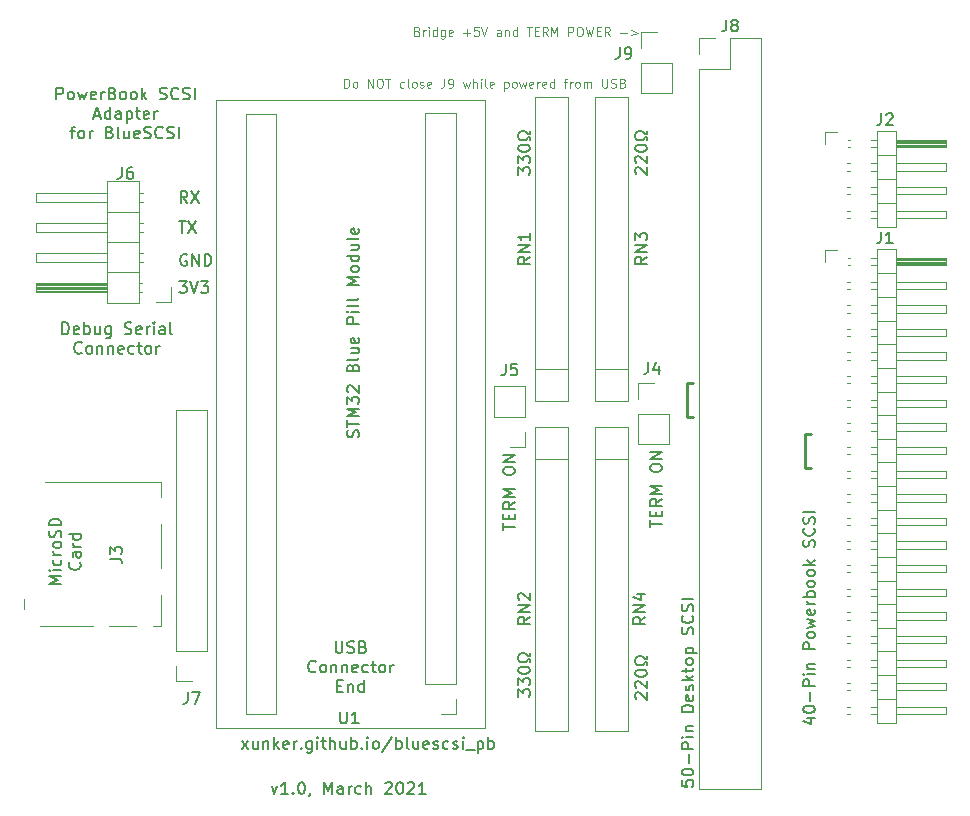
<source format=gbr>
%TF.GenerationSoftware,KiCad,Pcbnew,(5.1.8-0-10_14)*%
%TF.CreationDate,2021-04-03T20:08:11-06:00*%
%TF.ProjectId,bluescsi_powerbook,626c7565-7363-4736-995f-706f77657262,rev?*%
%TF.SameCoordinates,Original*%
%TF.FileFunction,Legend,Top*%
%TF.FilePolarity,Positive*%
%FSLAX46Y46*%
G04 Gerber Fmt 4.6, Leading zero omitted, Abs format (unit mm)*
G04 Created by KiCad (PCBNEW (5.1.8-0-10_14)) date 2021-04-03 20:08:11*
%MOMM*%
%LPD*%
G01*
G04 APERTURE LIST*
%ADD10C,0.150000*%
%ADD11C,0.100000*%
%ADD12C,0.250000*%
%ADD13C,0.120000*%
G04 APERTURE END LIST*
D10*
X113455405Y-134405714D02*
X113693500Y-135072380D01*
X113931595Y-134405714D01*
X114836357Y-135072380D02*
X114264928Y-135072380D01*
X114550643Y-135072380D02*
X114550643Y-134072380D01*
X114455405Y-134215238D01*
X114360167Y-134310476D01*
X114264928Y-134358095D01*
X115264928Y-134977142D02*
X115312548Y-135024761D01*
X115264928Y-135072380D01*
X115217309Y-135024761D01*
X115264928Y-134977142D01*
X115264928Y-135072380D01*
X115931595Y-134072380D02*
X116026833Y-134072380D01*
X116122071Y-134120000D01*
X116169690Y-134167619D01*
X116217309Y-134262857D01*
X116264928Y-134453333D01*
X116264928Y-134691428D01*
X116217309Y-134881904D01*
X116169690Y-134977142D01*
X116122071Y-135024761D01*
X116026833Y-135072380D01*
X115931595Y-135072380D01*
X115836357Y-135024761D01*
X115788738Y-134977142D01*
X115741119Y-134881904D01*
X115693500Y-134691428D01*
X115693500Y-134453333D01*
X115741119Y-134262857D01*
X115788738Y-134167619D01*
X115836357Y-134120000D01*
X115931595Y-134072380D01*
X116741119Y-135024761D02*
X116741119Y-135072380D01*
X116693500Y-135167619D01*
X116645881Y-135215238D01*
X117931595Y-135072380D02*
X117931595Y-134072380D01*
X118264928Y-134786666D01*
X118598262Y-134072380D01*
X118598262Y-135072380D01*
X119503024Y-135072380D02*
X119503024Y-134548571D01*
X119455405Y-134453333D01*
X119360167Y-134405714D01*
X119169690Y-134405714D01*
X119074452Y-134453333D01*
X119503024Y-135024761D02*
X119407786Y-135072380D01*
X119169690Y-135072380D01*
X119074452Y-135024761D01*
X119026833Y-134929523D01*
X119026833Y-134834285D01*
X119074452Y-134739047D01*
X119169690Y-134691428D01*
X119407786Y-134691428D01*
X119503024Y-134643809D01*
X119979214Y-135072380D02*
X119979214Y-134405714D01*
X119979214Y-134596190D02*
X120026833Y-134500952D01*
X120074452Y-134453333D01*
X120169690Y-134405714D01*
X120264928Y-134405714D01*
X121026833Y-135024761D02*
X120931595Y-135072380D01*
X120741119Y-135072380D01*
X120645881Y-135024761D01*
X120598262Y-134977142D01*
X120550643Y-134881904D01*
X120550643Y-134596190D01*
X120598262Y-134500952D01*
X120645881Y-134453333D01*
X120741119Y-134405714D01*
X120931595Y-134405714D01*
X121026833Y-134453333D01*
X121455405Y-135072380D02*
X121455405Y-134072380D01*
X121883976Y-135072380D02*
X121883976Y-134548571D01*
X121836357Y-134453333D01*
X121741119Y-134405714D01*
X121598262Y-134405714D01*
X121503024Y-134453333D01*
X121455405Y-134500952D01*
X123074452Y-134167619D02*
X123122071Y-134120000D01*
X123217309Y-134072380D01*
X123455405Y-134072380D01*
X123550643Y-134120000D01*
X123598262Y-134167619D01*
X123645881Y-134262857D01*
X123645881Y-134358095D01*
X123598262Y-134500952D01*
X123026833Y-135072380D01*
X123645881Y-135072380D01*
X124264928Y-134072380D02*
X124360167Y-134072380D01*
X124455405Y-134120000D01*
X124503024Y-134167619D01*
X124550643Y-134262857D01*
X124598262Y-134453333D01*
X124598262Y-134691428D01*
X124550643Y-134881904D01*
X124503024Y-134977142D01*
X124455405Y-135024761D01*
X124360167Y-135072380D01*
X124264928Y-135072380D01*
X124169690Y-135024761D01*
X124122071Y-134977142D01*
X124074452Y-134881904D01*
X124026833Y-134691428D01*
X124026833Y-134453333D01*
X124074452Y-134262857D01*
X124122071Y-134167619D01*
X124169690Y-134120000D01*
X124264928Y-134072380D01*
X124979214Y-134167619D02*
X125026833Y-134120000D01*
X125122071Y-134072380D01*
X125360167Y-134072380D01*
X125455405Y-134120000D01*
X125503024Y-134167619D01*
X125550643Y-134262857D01*
X125550643Y-134358095D01*
X125503024Y-134500952D01*
X124931595Y-135072380D01*
X125550643Y-135072380D01*
X126503024Y-135072380D02*
X125931595Y-135072380D01*
X126217309Y-135072380D02*
X126217309Y-134072380D01*
X126122071Y-134215238D01*
X126026833Y-134310476D01*
X125931595Y-134358095D01*
X110957024Y-131262380D02*
X111480833Y-130595714D01*
X110957024Y-130595714D02*
X111480833Y-131262380D01*
X112290357Y-130595714D02*
X112290357Y-131262380D01*
X111861786Y-130595714D02*
X111861786Y-131119523D01*
X111909405Y-131214761D01*
X112004643Y-131262380D01*
X112147500Y-131262380D01*
X112242738Y-131214761D01*
X112290357Y-131167142D01*
X112766547Y-130595714D02*
X112766547Y-131262380D01*
X112766547Y-130690952D02*
X112814167Y-130643333D01*
X112909405Y-130595714D01*
X113052262Y-130595714D01*
X113147500Y-130643333D01*
X113195119Y-130738571D01*
X113195119Y-131262380D01*
X113671309Y-131262380D02*
X113671309Y-130262380D01*
X113766547Y-130881428D02*
X114052262Y-131262380D01*
X114052262Y-130595714D02*
X113671309Y-130976666D01*
X114861786Y-131214761D02*
X114766547Y-131262380D01*
X114576071Y-131262380D01*
X114480833Y-131214761D01*
X114433214Y-131119523D01*
X114433214Y-130738571D01*
X114480833Y-130643333D01*
X114576071Y-130595714D01*
X114766547Y-130595714D01*
X114861786Y-130643333D01*
X114909405Y-130738571D01*
X114909405Y-130833809D01*
X114433214Y-130929047D01*
X115337976Y-131262380D02*
X115337976Y-130595714D01*
X115337976Y-130786190D02*
X115385595Y-130690952D01*
X115433214Y-130643333D01*
X115528452Y-130595714D01*
X115623690Y-130595714D01*
X115957024Y-131167142D02*
X116004643Y-131214761D01*
X115957024Y-131262380D01*
X115909405Y-131214761D01*
X115957024Y-131167142D01*
X115957024Y-131262380D01*
X116861786Y-130595714D02*
X116861786Y-131405238D01*
X116814167Y-131500476D01*
X116766547Y-131548095D01*
X116671309Y-131595714D01*
X116528452Y-131595714D01*
X116433214Y-131548095D01*
X116861786Y-131214761D02*
X116766547Y-131262380D01*
X116576071Y-131262380D01*
X116480833Y-131214761D01*
X116433214Y-131167142D01*
X116385595Y-131071904D01*
X116385595Y-130786190D01*
X116433214Y-130690952D01*
X116480833Y-130643333D01*
X116576071Y-130595714D01*
X116766547Y-130595714D01*
X116861786Y-130643333D01*
X117337976Y-131262380D02*
X117337976Y-130595714D01*
X117337976Y-130262380D02*
X117290357Y-130310000D01*
X117337976Y-130357619D01*
X117385595Y-130310000D01*
X117337976Y-130262380D01*
X117337976Y-130357619D01*
X117671309Y-130595714D02*
X118052262Y-130595714D01*
X117814167Y-130262380D02*
X117814167Y-131119523D01*
X117861786Y-131214761D01*
X117957024Y-131262380D01*
X118052262Y-131262380D01*
X118385595Y-131262380D02*
X118385595Y-130262380D01*
X118814167Y-131262380D02*
X118814167Y-130738571D01*
X118766547Y-130643333D01*
X118671309Y-130595714D01*
X118528452Y-130595714D01*
X118433214Y-130643333D01*
X118385595Y-130690952D01*
X119718928Y-130595714D02*
X119718928Y-131262380D01*
X119290357Y-130595714D02*
X119290357Y-131119523D01*
X119337976Y-131214761D01*
X119433214Y-131262380D01*
X119576071Y-131262380D01*
X119671309Y-131214761D01*
X119718928Y-131167142D01*
X120195119Y-131262380D02*
X120195119Y-130262380D01*
X120195119Y-130643333D02*
X120290357Y-130595714D01*
X120480833Y-130595714D01*
X120576071Y-130643333D01*
X120623690Y-130690952D01*
X120671309Y-130786190D01*
X120671309Y-131071904D01*
X120623690Y-131167142D01*
X120576071Y-131214761D01*
X120480833Y-131262380D01*
X120290357Y-131262380D01*
X120195119Y-131214761D01*
X121099881Y-131167142D02*
X121147500Y-131214761D01*
X121099881Y-131262380D01*
X121052262Y-131214761D01*
X121099881Y-131167142D01*
X121099881Y-131262380D01*
X121576071Y-131262380D02*
X121576071Y-130595714D01*
X121576071Y-130262380D02*
X121528452Y-130310000D01*
X121576071Y-130357619D01*
X121623690Y-130310000D01*
X121576071Y-130262380D01*
X121576071Y-130357619D01*
X122195119Y-131262380D02*
X122099881Y-131214761D01*
X122052262Y-131167142D01*
X122004643Y-131071904D01*
X122004643Y-130786190D01*
X122052262Y-130690952D01*
X122099881Y-130643333D01*
X122195119Y-130595714D01*
X122337976Y-130595714D01*
X122433214Y-130643333D01*
X122480833Y-130690952D01*
X122528452Y-130786190D01*
X122528452Y-131071904D01*
X122480833Y-131167142D01*
X122433214Y-131214761D01*
X122337976Y-131262380D01*
X122195119Y-131262380D01*
X123671309Y-130214761D02*
X122814167Y-131500476D01*
X124004643Y-131262380D02*
X124004643Y-130262380D01*
X124004643Y-130643333D02*
X124099881Y-130595714D01*
X124290357Y-130595714D01*
X124385595Y-130643333D01*
X124433214Y-130690952D01*
X124480833Y-130786190D01*
X124480833Y-131071904D01*
X124433214Y-131167142D01*
X124385595Y-131214761D01*
X124290357Y-131262380D01*
X124099881Y-131262380D01*
X124004643Y-131214761D01*
X125052262Y-131262380D02*
X124957024Y-131214761D01*
X124909405Y-131119523D01*
X124909405Y-130262380D01*
X125861786Y-130595714D02*
X125861786Y-131262380D01*
X125433214Y-130595714D02*
X125433214Y-131119523D01*
X125480833Y-131214761D01*
X125576071Y-131262380D01*
X125718928Y-131262380D01*
X125814167Y-131214761D01*
X125861786Y-131167142D01*
X126718928Y-131214761D02*
X126623690Y-131262380D01*
X126433214Y-131262380D01*
X126337976Y-131214761D01*
X126290357Y-131119523D01*
X126290357Y-130738571D01*
X126337976Y-130643333D01*
X126433214Y-130595714D01*
X126623690Y-130595714D01*
X126718928Y-130643333D01*
X126766547Y-130738571D01*
X126766547Y-130833809D01*
X126290357Y-130929047D01*
X127147500Y-131214761D02*
X127242738Y-131262380D01*
X127433214Y-131262380D01*
X127528452Y-131214761D01*
X127576071Y-131119523D01*
X127576071Y-131071904D01*
X127528452Y-130976666D01*
X127433214Y-130929047D01*
X127290357Y-130929047D01*
X127195119Y-130881428D01*
X127147500Y-130786190D01*
X127147500Y-130738571D01*
X127195119Y-130643333D01*
X127290357Y-130595714D01*
X127433214Y-130595714D01*
X127528452Y-130643333D01*
X128433214Y-131214761D02*
X128337976Y-131262380D01*
X128147500Y-131262380D01*
X128052262Y-131214761D01*
X128004643Y-131167142D01*
X127957024Y-131071904D01*
X127957024Y-130786190D01*
X128004643Y-130690952D01*
X128052262Y-130643333D01*
X128147500Y-130595714D01*
X128337976Y-130595714D01*
X128433214Y-130643333D01*
X128814167Y-131214761D02*
X128909405Y-131262380D01*
X129099881Y-131262380D01*
X129195119Y-131214761D01*
X129242738Y-131119523D01*
X129242738Y-131071904D01*
X129195119Y-130976666D01*
X129099881Y-130929047D01*
X128957024Y-130929047D01*
X128861786Y-130881428D01*
X128814167Y-130786190D01*
X128814167Y-130738571D01*
X128861786Y-130643333D01*
X128957024Y-130595714D01*
X129099881Y-130595714D01*
X129195119Y-130643333D01*
X129671309Y-131262380D02*
X129671309Y-130595714D01*
X129671309Y-130262380D02*
X129623690Y-130310000D01*
X129671309Y-130357619D01*
X129718928Y-130310000D01*
X129671309Y-130262380D01*
X129671309Y-130357619D01*
X129909405Y-131357619D02*
X130671309Y-131357619D01*
X130909405Y-130595714D02*
X130909405Y-131595714D01*
X130909405Y-130643333D02*
X131004643Y-130595714D01*
X131195119Y-130595714D01*
X131290357Y-130643333D01*
X131337976Y-130690952D01*
X131385595Y-130786190D01*
X131385595Y-131071904D01*
X131337976Y-131167142D01*
X131290357Y-131214761D01*
X131195119Y-131262380D01*
X131004643Y-131262380D01*
X130909405Y-131214761D01*
X131814167Y-131262380D02*
X131814167Y-130262380D01*
X131814167Y-130643333D02*
X131909405Y-130595714D01*
X132099881Y-130595714D01*
X132195119Y-130643333D01*
X132242738Y-130690952D01*
X132290357Y-130786190D01*
X132290357Y-131071904D01*
X132242738Y-131167142D01*
X132195119Y-131214761D01*
X132099881Y-131262380D01*
X131909405Y-131262380D01*
X131814167Y-131214761D01*
D11*
X119623571Y-75269285D02*
X119623571Y-74519285D01*
X119802142Y-74519285D01*
X119909285Y-74555000D01*
X119980714Y-74626428D01*
X120016428Y-74697857D01*
X120052142Y-74840714D01*
X120052142Y-74947857D01*
X120016428Y-75090714D01*
X119980714Y-75162142D01*
X119909285Y-75233571D01*
X119802142Y-75269285D01*
X119623571Y-75269285D01*
X120480714Y-75269285D02*
X120409285Y-75233571D01*
X120373571Y-75197857D01*
X120337857Y-75126428D01*
X120337857Y-74912142D01*
X120373571Y-74840714D01*
X120409285Y-74805000D01*
X120480714Y-74769285D01*
X120587857Y-74769285D01*
X120659285Y-74805000D01*
X120695000Y-74840714D01*
X120730714Y-74912142D01*
X120730714Y-75126428D01*
X120695000Y-75197857D01*
X120659285Y-75233571D01*
X120587857Y-75269285D01*
X120480714Y-75269285D01*
X121623571Y-75269285D02*
X121623571Y-74519285D01*
X122052142Y-75269285D01*
X122052142Y-74519285D01*
X122552142Y-74519285D02*
X122695000Y-74519285D01*
X122766428Y-74555000D01*
X122837857Y-74626428D01*
X122873571Y-74769285D01*
X122873571Y-75019285D01*
X122837857Y-75162142D01*
X122766428Y-75233571D01*
X122695000Y-75269285D01*
X122552142Y-75269285D01*
X122480714Y-75233571D01*
X122409285Y-75162142D01*
X122373571Y-75019285D01*
X122373571Y-74769285D01*
X122409285Y-74626428D01*
X122480714Y-74555000D01*
X122552142Y-74519285D01*
X123087857Y-74519285D02*
X123516428Y-74519285D01*
X123302142Y-75269285D02*
X123302142Y-74519285D01*
X124659285Y-75233571D02*
X124587857Y-75269285D01*
X124445000Y-75269285D01*
X124373571Y-75233571D01*
X124337857Y-75197857D01*
X124302142Y-75126428D01*
X124302142Y-74912142D01*
X124337857Y-74840714D01*
X124373571Y-74805000D01*
X124445000Y-74769285D01*
X124587857Y-74769285D01*
X124659285Y-74805000D01*
X125087857Y-75269285D02*
X125016428Y-75233571D01*
X124980714Y-75162142D01*
X124980714Y-74519285D01*
X125480714Y-75269285D02*
X125409285Y-75233571D01*
X125373571Y-75197857D01*
X125337857Y-75126428D01*
X125337857Y-74912142D01*
X125373571Y-74840714D01*
X125409285Y-74805000D01*
X125480714Y-74769285D01*
X125587857Y-74769285D01*
X125659285Y-74805000D01*
X125695000Y-74840714D01*
X125730714Y-74912142D01*
X125730714Y-75126428D01*
X125695000Y-75197857D01*
X125659285Y-75233571D01*
X125587857Y-75269285D01*
X125480714Y-75269285D01*
X126016428Y-75233571D02*
X126087857Y-75269285D01*
X126230714Y-75269285D01*
X126302142Y-75233571D01*
X126337857Y-75162142D01*
X126337857Y-75126428D01*
X126302142Y-75055000D01*
X126230714Y-75019285D01*
X126123571Y-75019285D01*
X126052142Y-74983571D01*
X126016428Y-74912142D01*
X126016428Y-74876428D01*
X126052142Y-74805000D01*
X126123571Y-74769285D01*
X126230714Y-74769285D01*
X126302142Y-74805000D01*
X126945000Y-75233571D02*
X126873571Y-75269285D01*
X126730714Y-75269285D01*
X126659285Y-75233571D01*
X126623571Y-75162142D01*
X126623571Y-74876428D01*
X126659285Y-74805000D01*
X126730714Y-74769285D01*
X126873571Y-74769285D01*
X126945000Y-74805000D01*
X126980714Y-74876428D01*
X126980714Y-74947857D01*
X126623571Y-75019285D01*
X128087857Y-74519285D02*
X128087857Y-75055000D01*
X128052142Y-75162142D01*
X127980714Y-75233571D01*
X127873571Y-75269285D01*
X127802142Y-75269285D01*
X128480714Y-75269285D02*
X128623571Y-75269285D01*
X128695000Y-75233571D01*
X128730714Y-75197857D01*
X128802142Y-75090714D01*
X128837857Y-74947857D01*
X128837857Y-74662142D01*
X128802142Y-74590714D01*
X128766428Y-74555000D01*
X128695000Y-74519285D01*
X128552142Y-74519285D01*
X128480714Y-74555000D01*
X128445000Y-74590714D01*
X128409285Y-74662142D01*
X128409285Y-74840714D01*
X128445000Y-74912142D01*
X128480714Y-74947857D01*
X128552142Y-74983571D01*
X128695000Y-74983571D01*
X128766428Y-74947857D01*
X128802142Y-74912142D01*
X128837857Y-74840714D01*
X129659285Y-74769285D02*
X129802142Y-75269285D01*
X129945000Y-74912142D01*
X130087857Y-75269285D01*
X130230714Y-74769285D01*
X130516428Y-75269285D02*
X130516428Y-74519285D01*
X130837857Y-75269285D02*
X130837857Y-74876428D01*
X130802142Y-74805000D01*
X130730714Y-74769285D01*
X130623571Y-74769285D01*
X130552142Y-74805000D01*
X130516428Y-74840714D01*
X131195000Y-75269285D02*
X131195000Y-74769285D01*
X131195000Y-74519285D02*
X131159285Y-74555000D01*
X131195000Y-74590714D01*
X131230714Y-74555000D01*
X131195000Y-74519285D01*
X131195000Y-74590714D01*
X131659285Y-75269285D02*
X131587857Y-75233571D01*
X131552142Y-75162142D01*
X131552142Y-74519285D01*
X132230714Y-75233571D02*
X132159285Y-75269285D01*
X132016428Y-75269285D01*
X131945000Y-75233571D01*
X131909285Y-75162142D01*
X131909285Y-74876428D01*
X131945000Y-74805000D01*
X132016428Y-74769285D01*
X132159285Y-74769285D01*
X132230714Y-74805000D01*
X132266428Y-74876428D01*
X132266428Y-74947857D01*
X131909285Y-75019285D01*
X133159285Y-74769285D02*
X133159285Y-75519285D01*
X133159285Y-74805000D02*
X133230714Y-74769285D01*
X133373571Y-74769285D01*
X133445000Y-74805000D01*
X133480714Y-74840714D01*
X133516428Y-74912142D01*
X133516428Y-75126428D01*
X133480714Y-75197857D01*
X133445000Y-75233571D01*
X133373571Y-75269285D01*
X133230714Y-75269285D01*
X133159285Y-75233571D01*
X133945000Y-75269285D02*
X133873571Y-75233571D01*
X133837857Y-75197857D01*
X133802142Y-75126428D01*
X133802142Y-74912142D01*
X133837857Y-74840714D01*
X133873571Y-74805000D01*
X133945000Y-74769285D01*
X134052142Y-74769285D01*
X134123571Y-74805000D01*
X134159285Y-74840714D01*
X134195000Y-74912142D01*
X134195000Y-75126428D01*
X134159285Y-75197857D01*
X134123571Y-75233571D01*
X134052142Y-75269285D01*
X133945000Y-75269285D01*
X134445000Y-74769285D02*
X134587857Y-75269285D01*
X134730714Y-74912142D01*
X134873571Y-75269285D01*
X135016428Y-74769285D01*
X135587857Y-75233571D02*
X135516428Y-75269285D01*
X135373571Y-75269285D01*
X135302142Y-75233571D01*
X135266428Y-75162142D01*
X135266428Y-74876428D01*
X135302142Y-74805000D01*
X135373571Y-74769285D01*
X135516428Y-74769285D01*
X135587857Y-74805000D01*
X135623571Y-74876428D01*
X135623571Y-74947857D01*
X135266428Y-75019285D01*
X135945000Y-75269285D02*
X135945000Y-74769285D01*
X135945000Y-74912142D02*
X135980714Y-74840714D01*
X136016428Y-74805000D01*
X136087857Y-74769285D01*
X136159285Y-74769285D01*
X136695000Y-75233571D02*
X136623571Y-75269285D01*
X136480714Y-75269285D01*
X136409285Y-75233571D01*
X136373571Y-75162142D01*
X136373571Y-74876428D01*
X136409285Y-74805000D01*
X136480714Y-74769285D01*
X136623571Y-74769285D01*
X136695000Y-74805000D01*
X136730714Y-74876428D01*
X136730714Y-74947857D01*
X136373571Y-75019285D01*
X137373571Y-75269285D02*
X137373571Y-74519285D01*
X137373571Y-75233571D02*
X137302142Y-75269285D01*
X137159285Y-75269285D01*
X137087857Y-75233571D01*
X137052142Y-75197857D01*
X137016428Y-75126428D01*
X137016428Y-74912142D01*
X137052142Y-74840714D01*
X137087857Y-74805000D01*
X137159285Y-74769285D01*
X137302142Y-74769285D01*
X137373571Y-74805000D01*
X138195000Y-74769285D02*
X138480714Y-74769285D01*
X138302142Y-75269285D02*
X138302142Y-74626428D01*
X138337857Y-74555000D01*
X138409285Y-74519285D01*
X138480714Y-74519285D01*
X138730714Y-75269285D02*
X138730714Y-74769285D01*
X138730714Y-74912142D02*
X138766428Y-74840714D01*
X138802142Y-74805000D01*
X138873571Y-74769285D01*
X138945000Y-74769285D01*
X139302142Y-75269285D02*
X139230714Y-75233571D01*
X139195000Y-75197857D01*
X139159285Y-75126428D01*
X139159285Y-74912142D01*
X139195000Y-74840714D01*
X139230714Y-74805000D01*
X139302142Y-74769285D01*
X139409285Y-74769285D01*
X139480714Y-74805000D01*
X139516428Y-74840714D01*
X139552142Y-74912142D01*
X139552142Y-75126428D01*
X139516428Y-75197857D01*
X139480714Y-75233571D01*
X139409285Y-75269285D01*
X139302142Y-75269285D01*
X139873571Y-75269285D02*
X139873571Y-74769285D01*
X139873571Y-74840714D02*
X139909285Y-74805000D01*
X139980714Y-74769285D01*
X140087857Y-74769285D01*
X140159285Y-74805000D01*
X140195000Y-74876428D01*
X140195000Y-75269285D01*
X140195000Y-74876428D02*
X140230714Y-74805000D01*
X140302142Y-74769285D01*
X140409285Y-74769285D01*
X140480714Y-74805000D01*
X140516428Y-74876428D01*
X140516428Y-75269285D01*
X141445000Y-74519285D02*
X141445000Y-75126428D01*
X141480714Y-75197857D01*
X141516428Y-75233571D01*
X141587857Y-75269285D01*
X141730714Y-75269285D01*
X141802142Y-75233571D01*
X141837857Y-75197857D01*
X141873571Y-75126428D01*
X141873571Y-74519285D01*
X142195000Y-75233571D02*
X142302142Y-75269285D01*
X142480714Y-75269285D01*
X142552142Y-75233571D01*
X142587857Y-75197857D01*
X142623571Y-75126428D01*
X142623571Y-75055000D01*
X142587857Y-74983571D01*
X142552142Y-74947857D01*
X142480714Y-74912142D01*
X142337857Y-74876428D01*
X142266428Y-74840714D01*
X142230714Y-74805000D01*
X142195000Y-74733571D01*
X142195000Y-74662142D01*
X142230714Y-74590714D01*
X142266428Y-74555000D01*
X142337857Y-74519285D01*
X142516428Y-74519285D01*
X142623571Y-74555000D01*
X143195000Y-74876428D02*
X143302142Y-74912142D01*
X143337857Y-74947857D01*
X143373571Y-75019285D01*
X143373571Y-75126428D01*
X143337857Y-75197857D01*
X143302142Y-75233571D01*
X143230714Y-75269285D01*
X142945000Y-75269285D01*
X142945000Y-74519285D01*
X143195000Y-74519285D01*
X143266428Y-74555000D01*
X143302142Y-74590714D01*
X143337857Y-74662142D01*
X143337857Y-74733571D01*
X143302142Y-74805000D01*
X143266428Y-74840714D01*
X143195000Y-74876428D01*
X142945000Y-74876428D01*
D10*
X144327619Y-82581523D02*
X144280000Y-82533904D01*
X144232380Y-82438666D01*
X144232380Y-82200571D01*
X144280000Y-82105333D01*
X144327619Y-82057714D01*
X144422857Y-82010095D01*
X144518095Y-82010095D01*
X144660952Y-82057714D01*
X145232380Y-82629142D01*
X145232380Y-82010095D01*
X144327619Y-81629142D02*
X144280000Y-81581523D01*
X144232380Y-81486285D01*
X144232380Y-81248190D01*
X144280000Y-81152952D01*
X144327619Y-81105333D01*
X144422857Y-81057714D01*
X144518095Y-81057714D01*
X144660952Y-81105333D01*
X145232380Y-81676761D01*
X145232380Y-81057714D01*
X144232380Y-80438666D02*
X144232380Y-80343428D01*
X144280000Y-80248190D01*
X144327619Y-80200571D01*
X144422857Y-80152952D01*
X144613333Y-80105333D01*
X144851428Y-80105333D01*
X145041904Y-80152952D01*
X145137142Y-80200571D01*
X145184761Y-80248190D01*
X145232380Y-80343428D01*
X145232380Y-80438666D01*
X145184761Y-80533904D01*
X145137142Y-80581523D01*
X145041904Y-80629142D01*
X144851428Y-80676761D01*
X144613333Y-80676761D01*
X144422857Y-80629142D01*
X144327619Y-80581523D01*
X144280000Y-80533904D01*
X144232380Y-80438666D01*
X145232380Y-79724380D02*
X145232380Y-79486285D01*
X145041904Y-79486285D01*
X144994285Y-79581523D01*
X144899047Y-79676761D01*
X144756190Y-79724380D01*
X144518095Y-79724380D01*
X144375238Y-79676761D01*
X144280000Y-79581523D01*
X144232380Y-79438666D01*
X144232380Y-79248190D01*
X144280000Y-79105333D01*
X144375238Y-79010095D01*
X144518095Y-78962476D01*
X144756190Y-78962476D01*
X144899047Y-79010095D01*
X144994285Y-79105333D01*
X145041904Y-79200571D01*
X145232380Y-79200571D01*
X145232380Y-78962476D01*
X144327619Y-127031523D02*
X144280000Y-126983904D01*
X144232380Y-126888666D01*
X144232380Y-126650571D01*
X144280000Y-126555333D01*
X144327619Y-126507714D01*
X144422857Y-126460095D01*
X144518095Y-126460095D01*
X144660952Y-126507714D01*
X145232380Y-127079142D01*
X145232380Y-126460095D01*
X144327619Y-126079142D02*
X144280000Y-126031523D01*
X144232380Y-125936285D01*
X144232380Y-125698190D01*
X144280000Y-125602952D01*
X144327619Y-125555333D01*
X144422857Y-125507714D01*
X144518095Y-125507714D01*
X144660952Y-125555333D01*
X145232380Y-126126761D01*
X145232380Y-125507714D01*
X144232380Y-124888666D02*
X144232380Y-124793428D01*
X144280000Y-124698190D01*
X144327619Y-124650571D01*
X144422857Y-124602952D01*
X144613333Y-124555333D01*
X144851428Y-124555333D01*
X145041904Y-124602952D01*
X145137142Y-124650571D01*
X145184761Y-124698190D01*
X145232380Y-124793428D01*
X145232380Y-124888666D01*
X145184761Y-124983904D01*
X145137142Y-125031523D01*
X145041904Y-125079142D01*
X144851428Y-125126761D01*
X144613333Y-125126761D01*
X144422857Y-125079142D01*
X144327619Y-125031523D01*
X144280000Y-124983904D01*
X144232380Y-124888666D01*
X145232380Y-124174380D02*
X145232380Y-123936285D01*
X145041904Y-123936285D01*
X144994285Y-124031523D01*
X144899047Y-124126761D01*
X144756190Y-124174380D01*
X144518095Y-124174380D01*
X144375238Y-124126761D01*
X144280000Y-124031523D01*
X144232380Y-123888666D01*
X144232380Y-123698190D01*
X144280000Y-123555333D01*
X144375238Y-123460095D01*
X144518095Y-123412476D01*
X144756190Y-123412476D01*
X144899047Y-123460095D01*
X144994285Y-123555333D01*
X145041904Y-123650571D01*
X145232380Y-123650571D01*
X145232380Y-123412476D01*
X134326380Y-126825142D02*
X134326380Y-126206095D01*
X134707333Y-126539428D01*
X134707333Y-126396571D01*
X134754952Y-126301333D01*
X134802571Y-126253714D01*
X134897809Y-126206095D01*
X135135904Y-126206095D01*
X135231142Y-126253714D01*
X135278761Y-126301333D01*
X135326380Y-126396571D01*
X135326380Y-126682285D01*
X135278761Y-126777523D01*
X135231142Y-126825142D01*
X134326380Y-125872761D02*
X134326380Y-125253714D01*
X134707333Y-125587047D01*
X134707333Y-125444190D01*
X134754952Y-125348952D01*
X134802571Y-125301333D01*
X134897809Y-125253714D01*
X135135904Y-125253714D01*
X135231142Y-125301333D01*
X135278761Y-125348952D01*
X135326380Y-125444190D01*
X135326380Y-125729904D01*
X135278761Y-125825142D01*
X135231142Y-125872761D01*
X134326380Y-124634666D02*
X134326380Y-124539428D01*
X134374000Y-124444190D01*
X134421619Y-124396571D01*
X134516857Y-124348952D01*
X134707333Y-124301333D01*
X134945428Y-124301333D01*
X135135904Y-124348952D01*
X135231142Y-124396571D01*
X135278761Y-124444190D01*
X135326380Y-124539428D01*
X135326380Y-124634666D01*
X135278761Y-124729904D01*
X135231142Y-124777523D01*
X135135904Y-124825142D01*
X134945428Y-124872761D01*
X134707333Y-124872761D01*
X134516857Y-124825142D01*
X134421619Y-124777523D01*
X134374000Y-124729904D01*
X134326380Y-124634666D01*
X135326380Y-123920380D02*
X135326380Y-123682285D01*
X135135904Y-123682285D01*
X135088285Y-123777523D01*
X134993047Y-123872761D01*
X134850190Y-123920380D01*
X134612095Y-123920380D01*
X134469238Y-123872761D01*
X134374000Y-123777523D01*
X134326380Y-123634666D01*
X134326380Y-123444190D01*
X134374000Y-123301333D01*
X134469238Y-123206095D01*
X134612095Y-123158476D01*
X134850190Y-123158476D01*
X134993047Y-123206095D01*
X135088285Y-123301333D01*
X135135904Y-123396571D01*
X135326380Y-123396571D01*
X135326380Y-123158476D01*
X134326380Y-82629142D02*
X134326380Y-82010095D01*
X134707333Y-82343428D01*
X134707333Y-82200571D01*
X134754952Y-82105333D01*
X134802571Y-82057714D01*
X134897809Y-82010095D01*
X135135904Y-82010095D01*
X135231142Y-82057714D01*
X135278761Y-82105333D01*
X135326380Y-82200571D01*
X135326380Y-82486285D01*
X135278761Y-82581523D01*
X135231142Y-82629142D01*
X134326380Y-81676761D02*
X134326380Y-81057714D01*
X134707333Y-81391047D01*
X134707333Y-81248190D01*
X134754952Y-81152952D01*
X134802571Y-81105333D01*
X134897809Y-81057714D01*
X135135904Y-81057714D01*
X135231142Y-81105333D01*
X135278761Y-81152952D01*
X135326380Y-81248190D01*
X135326380Y-81533904D01*
X135278761Y-81629142D01*
X135231142Y-81676761D01*
X134326380Y-80438666D02*
X134326380Y-80343428D01*
X134374000Y-80248190D01*
X134421619Y-80200571D01*
X134516857Y-80152952D01*
X134707333Y-80105333D01*
X134945428Y-80105333D01*
X135135904Y-80152952D01*
X135231142Y-80200571D01*
X135278761Y-80248190D01*
X135326380Y-80343428D01*
X135326380Y-80438666D01*
X135278761Y-80533904D01*
X135231142Y-80581523D01*
X135135904Y-80629142D01*
X134945428Y-80676761D01*
X134707333Y-80676761D01*
X134516857Y-80629142D01*
X134421619Y-80581523D01*
X134374000Y-80533904D01*
X134326380Y-80438666D01*
X135326380Y-79724380D02*
X135326380Y-79486285D01*
X135135904Y-79486285D01*
X135088285Y-79581523D01*
X134993047Y-79676761D01*
X134850190Y-79724380D01*
X134612095Y-79724380D01*
X134469238Y-79676761D01*
X134374000Y-79581523D01*
X134326380Y-79438666D01*
X134326380Y-79248190D01*
X134374000Y-79105333D01*
X134469238Y-79010095D01*
X134612095Y-78962476D01*
X134850190Y-78962476D01*
X134993047Y-79010095D01*
X135088285Y-79105333D01*
X135135904Y-79200571D01*
X135326380Y-79200571D01*
X135326380Y-78962476D01*
X95234857Y-76272380D02*
X95234857Y-75272380D01*
X95615809Y-75272380D01*
X95711047Y-75320000D01*
X95758666Y-75367619D01*
X95806285Y-75462857D01*
X95806285Y-75605714D01*
X95758666Y-75700952D01*
X95711047Y-75748571D01*
X95615809Y-75796190D01*
X95234857Y-75796190D01*
X96377714Y-76272380D02*
X96282476Y-76224761D01*
X96234857Y-76177142D01*
X96187238Y-76081904D01*
X96187238Y-75796190D01*
X96234857Y-75700952D01*
X96282476Y-75653333D01*
X96377714Y-75605714D01*
X96520571Y-75605714D01*
X96615809Y-75653333D01*
X96663428Y-75700952D01*
X96711047Y-75796190D01*
X96711047Y-76081904D01*
X96663428Y-76177142D01*
X96615809Y-76224761D01*
X96520571Y-76272380D01*
X96377714Y-76272380D01*
X97044380Y-75605714D02*
X97234857Y-76272380D01*
X97425333Y-75796190D01*
X97615809Y-76272380D01*
X97806285Y-75605714D01*
X98568190Y-76224761D02*
X98472952Y-76272380D01*
X98282476Y-76272380D01*
X98187238Y-76224761D01*
X98139619Y-76129523D01*
X98139619Y-75748571D01*
X98187238Y-75653333D01*
X98282476Y-75605714D01*
X98472952Y-75605714D01*
X98568190Y-75653333D01*
X98615809Y-75748571D01*
X98615809Y-75843809D01*
X98139619Y-75939047D01*
X99044380Y-76272380D02*
X99044380Y-75605714D01*
X99044380Y-75796190D02*
X99092000Y-75700952D01*
X99139619Y-75653333D01*
X99234857Y-75605714D01*
X99330095Y-75605714D01*
X99996761Y-75748571D02*
X100139619Y-75796190D01*
X100187238Y-75843809D01*
X100234857Y-75939047D01*
X100234857Y-76081904D01*
X100187238Y-76177142D01*
X100139619Y-76224761D01*
X100044380Y-76272380D01*
X99663428Y-76272380D01*
X99663428Y-75272380D01*
X99996761Y-75272380D01*
X100092000Y-75320000D01*
X100139619Y-75367619D01*
X100187238Y-75462857D01*
X100187238Y-75558095D01*
X100139619Y-75653333D01*
X100092000Y-75700952D01*
X99996761Y-75748571D01*
X99663428Y-75748571D01*
X100806285Y-76272380D02*
X100711047Y-76224761D01*
X100663428Y-76177142D01*
X100615809Y-76081904D01*
X100615809Y-75796190D01*
X100663428Y-75700952D01*
X100711047Y-75653333D01*
X100806285Y-75605714D01*
X100949142Y-75605714D01*
X101044380Y-75653333D01*
X101092000Y-75700952D01*
X101139619Y-75796190D01*
X101139619Y-76081904D01*
X101092000Y-76177142D01*
X101044380Y-76224761D01*
X100949142Y-76272380D01*
X100806285Y-76272380D01*
X101711047Y-76272380D02*
X101615809Y-76224761D01*
X101568190Y-76177142D01*
X101520571Y-76081904D01*
X101520571Y-75796190D01*
X101568190Y-75700952D01*
X101615809Y-75653333D01*
X101711047Y-75605714D01*
X101853904Y-75605714D01*
X101949142Y-75653333D01*
X101996761Y-75700952D01*
X102044380Y-75796190D01*
X102044380Y-76081904D01*
X101996761Y-76177142D01*
X101949142Y-76224761D01*
X101853904Y-76272380D01*
X101711047Y-76272380D01*
X102472952Y-76272380D02*
X102472952Y-75272380D01*
X102568190Y-75891428D02*
X102853904Y-76272380D01*
X102853904Y-75605714D02*
X102472952Y-75986666D01*
X103996761Y-76224761D02*
X104139619Y-76272380D01*
X104377714Y-76272380D01*
X104472952Y-76224761D01*
X104520571Y-76177142D01*
X104568190Y-76081904D01*
X104568190Y-75986666D01*
X104520571Y-75891428D01*
X104472952Y-75843809D01*
X104377714Y-75796190D01*
X104187238Y-75748571D01*
X104092000Y-75700952D01*
X104044380Y-75653333D01*
X103996761Y-75558095D01*
X103996761Y-75462857D01*
X104044380Y-75367619D01*
X104092000Y-75320000D01*
X104187238Y-75272380D01*
X104425333Y-75272380D01*
X104568190Y-75320000D01*
X105568190Y-76177142D02*
X105520571Y-76224761D01*
X105377714Y-76272380D01*
X105282476Y-76272380D01*
X105139619Y-76224761D01*
X105044380Y-76129523D01*
X104996761Y-76034285D01*
X104949142Y-75843809D01*
X104949142Y-75700952D01*
X104996761Y-75510476D01*
X105044380Y-75415238D01*
X105139619Y-75320000D01*
X105282476Y-75272380D01*
X105377714Y-75272380D01*
X105520571Y-75320000D01*
X105568190Y-75367619D01*
X105949142Y-76224761D02*
X106092000Y-76272380D01*
X106330095Y-76272380D01*
X106425333Y-76224761D01*
X106472952Y-76177142D01*
X106520571Y-76081904D01*
X106520571Y-75986666D01*
X106472952Y-75891428D01*
X106425333Y-75843809D01*
X106330095Y-75796190D01*
X106139619Y-75748571D01*
X106044380Y-75700952D01*
X105996761Y-75653333D01*
X105949142Y-75558095D01*
X105949142Y-75462857D01*
X105996761Y-75367619D01*
X106044380Y-75320000D01*
X106139619Y-75272380D01*
X106377714Y-75272380D01*
X106520571Y-75320000D01*
X106949142Y-76272380D02*
X106949142Y-75272380D01*
X98472952Y-77636666D02*
X98949142Y-77636666D01*
X98377714Y-77922380D02*
X98711047Y-76922380D01*
X99044380Y-77922380D01*
X99806285Y-77922380D02*
X99806285Y-76922380D01*
X99806285Y-77874761D02*
X99711047Y-77922380D01*
X99520571Y-77922380D01*
X99425333Y-77874761D01*
X99377714Y-77827142D01*
X99330095Y-77731904D01*
X99330095Y-77446190D01*
X99377714Y-77350952D01*
X99425333Y-77303333D01*
X99520571Y-77255714D01*
X99711047Y-77255714D01*
X99806285Y-77303333D01*
X100711047Y-77922380D02*
X100711047Y-77398571D01*
X100663428Y-77303333D01*
X100568190Y-77255714D01*
X100377714Y-77255714D01*
X100282476Y-77303333D01*
X100711047Y-77874761D02*
X100615809Y-77922380D01*
X100377714Y-77922380D01*
X100282476Y-77874761D01*
X100234857Y-77779523D01*
X100234857Y-77684285D01*
X100282476Y-77589047D01*
X100377714Y-77541428D01*
X100615809Y-77541428D01*
X100711047Y-77493809D01*
X101187238Y-77255714D02*
X101187238Y-78255714D01*
X101187238Y-77303333D02*
X101282476Y-77255714D01*
X101472952Y-77255714D01*
X101568190Y-77303333D01*
X101615809Y-77350952D01*
X101663428Y-77446190D01*
X101663428Y-77731904D01*
X101615809Y-77827142D01*
X101568190Y-77874761D01*
X101472952Y-77922380D01*
X101282476Y-77922380D01*
X101187238Y-77874761D01*
X101949142Y-77255714D02*
X102330095Y-77255714D01*
X102092000Y-76922380D02*
X102092000Y-77779523D01*
X102139619Y-77874761D01*
X102234857Y-77922380D01*
X102330095Y-77922380D01*
X103044380Y-77874761D02*
X102949142Y-77922380D01*
X102758666Y-77922380D01*
X102663428Y-77874761D01*
X102615809Y-77779523D01*
X102615809Y-77398571D01*
X102663428Y-77303333D01*
X102758666Y-77255714D01*
X102949142Y-77255714D01*
X103044380Y-77303333D01*
X103092000Y-77398571D01*
X103092000Y-77493809D01*
X102615809Y-77589047D01*
X103520571Y-77922380D02*
X103520571Y-77255714D01*
X103520571Y-77446190D02*
X103568190Y-77350952D01*
X103615809Y-77303333D01*
X103711047Y-77255714D01*
X103806285Y-77255714D01*
X96425333Y-78905714D02*
X96806285Y-78905714D01*
X96568190Y-79572380D02*
X96568190Y-78715238D01*
X96615809Y-78620000D01*
X96711047Y-78572380D01*
X96806285Y-78572380D01*
X97282476Y-79572380D02*
X97187238Y-79524761D01*
X97139619Y-79477142D01*
X97092000Y-79381904D01*
X97092000Y-79096190D01*
X97139619Y-79000952D01*
X97187238Y-78953333D01*
X97282476Y-78905714D01*
X97425333Y-78905714D01*
X97520571Y-78953333D01*
X97568190Y-79000952D01*
X97615809Y-79096190D01*
X97615809Y-79381904D01*
X97568190Y-79477142D01*
X97520571Y-79524761D01*
X97425333Y-79572380D01*
X97282476Y-79572380D01*
X98044380Y-79572380D02*
X98044380Y-78905714D01*
X98044380Y-79096190D02*
X98092000Y-79000952D01*
X98139619Y-78953333D01*
X98234857Y-78905714D01*
X98330095Y-78905714D01*
X99758666Y-79048571D02*
X99901523Y-79096190D01*
X99949142Y-79143809D01*
X99996761Y-79239047D01*
X99996761Y-79381904D01*
X99949142Y-79477142D01*
X99901523Y-79524761D01*
X99806285Y-79572380D01*
X99425333Y-79572380D01*
X99425333Y-78572380D01*
X99758666Y-78572380D01*
X99853904Y-78620000D01*
X99901523Y-78667619D01*
X99949142Y-78762857D01*
X99949142Y-78858095D01*
X99901523Y-78953333D01*
X99853904Y-79000952D01*
X99758666Y-79048571D01*
X99425333Y-79048571D01*
X100568190Y-79572380D02*
X100472952Y-79524761D01*
X100425333Y-79429523D01*
X100425333Y-78572380D01*
X101377714Y-78905714D02*
X101377714Y-79572380D01*
X100949142Y-78905714D02*
X100949142Y-79429523D01*
X100996761Y-79524761D01*
X101092000Y-79572380D01*
X101234857Y-79572380D01*
X101330095Y-79524761D01*
X101377714Y-79477142D01*
X102234857Y-79524761D02*
X102139619Y-79572380D01*
X101949142Y-79572380D01*
X101853904Y-79524761D01*
X101806285Y-79429523D01*
X101806285Y-79048571D01*
X101853904Y-78953333D01*
X101949142Y-78905714D01*
X102139619Y-78905714D01*
X102234857Y-78953333D01*
X102282476Y-79048571D01*
X102282476Y-79143809D01*
X101806285Y-79239047D01*
X102663428Y-79524761D02*
X102806285Y-79572380D01*
X103044380Y-79572380D01*
X103139619Y-79524761D01*
X103187238Y-79477142D01*
X103234857Y-79381904D01*
X103234857Y-79286666D01*
X103187238Y-79191428D01*
X103139619Y-79143809D01*
X103044380Y-79096190D01*
X102853904Y-79048571D01*
X102758666Y-79000952D01*
X102711047Y-78953333D01*
X102663428Y-78858095D01*
X102663428Y-78762857D01*
X102711047Y-78667619D01*
X102758666Y-78620000D01*
X102853904Y-78572380D01*
X103092000Y-78572380D01*
X103234857Y-78620000D01*
X104234857Y-79477142D02*
X104187238Y-79524761D01*
X104044380Y-79572380D01*
X103949142Y-79572380D01*
X103806285Y-79524761D01*
X103711047Y-79429523D01*
X103663428Y-79334285D01*
X103615809Y-79143809D01*
X103615809Y-79000952D01*
X103663428Y-78810476D01*
X103711047Y-78715238D01*
X103806285Y-78620000D01*
X103949142Y-78572380D01*
X104044380Y-78572380D01*
X104187238Y-78620000D01*
X104234857Y-78667619D01*
X104615809Y-79524761D02*
X104758666Y-79572380D01*
X104996761Y-79572380D01*
X105092000Y-79524761D01*
X105139619Y-79477142D01*
X105187238Y-79381904D01*
X105187238Y-79286666D01*
X105139619Y-79191428D01*
X105092000Y-79143809D01*
X104996761Y-79096190D01*
X104806285Y-79048571D01*
X104711047Y-79000952D01*
X104663428Y-78953333D01*
X104615809Y-78858095D01*
X104615809Y-78762857D01*
X104663428Y-78667619D01*
X104711047Y-78620000D01*
X104806285Y-78572380D01*
X105044380Y-78572380D01*
X105187238Y-78620000D01*
X105615809Y-79572380D02*
X105615809Y-78572380D01*
X95639380Y-117292095D02*
X94639380Y-117292095D01*
X95353666Y-116958761D01*
X94639380Y-116625428D01*
X95639380Y-116625428D01*
X95639380Y-116149238D02*
X94972714Y-116149238D01*
X94639380Y-116149238D02*
X94687000Y-116196857D01*
X94734619Y-116149238D01*
X94687000Y-116101619D01*
X94639380Y-116149238D01*
X94734619Y-116149238D01*
X95591761Y-115244476D02*
X95639380Y-115339714D01*
X95639380Y-115530190D01*
X95591761Y-115625428D01*
X95544142Y-115673047D01*
X95448904Y-115720666D01*
X95163190Y-115720666D01*
X95067952Y-115673047D01*
X95020333Y-115625428D01*
X94972714Y-115530190D01*
X94972714Y-115339714D01*
X95020333Y-115244476D01*
X95639380Y-114815904D02*
X94972714Y-114815904D01*
X95163190Y-114815904D02*
X95067952Y-114768285D01*
X95020333Y-114720666D01*
X94972714Y-114625428D01*
X94972714Y-114530190D01*
X95639380Y-114054000D02*
X95591761Y-114149238D01*
X95544142Y-114196857D01*
X95448904Y-114244476D01*
X95163190Y-114244476D01*
X95067952Y-114196857D01*
X95020333Y-114149238D01*
X94972714Y-114054000D01*
X94972714Y-113911142D01*
X95020333Y-113815904D01*
X95067952Y-113768285D01*
X95163190Y-113720666D01*
X95448904Y-113720666D01*
X95544142Y-113768285D01*
X95591761Y-113815904D01*
X95639380Y-113911142D01*
X95639380Y-114054000D01*
X95591761Y-113339714D02*
X95639380Y-113196857D01*
X95639380Y-112958761D01*
X95591761Y-112863523D01*
X95544142Y-112815904D01*
X95448904Y-112768285D01*
X95353666Y-112768285D01*
X95258428Y-112815904D01*
X95210809Y-112863523D01*
X95163190Y-112958761D01*
X95115571Y-113149238D01*
X95067952Y-113244476D01*
X95020333Y-113292095D01*
X94925095Y-113339714D01*
X94829857Y-113339714D01*
X94734619Y-113292095D01*
X94687000Y-113244476D01*
X94639380Y-113149238D01*
X94639380Y-112911142D01*
X94687000Y-112768285D01*
X95639380Y-112339714D02*
X94639380Y-112339714D01*
X94639380Y-112101619D01*
X94687000Y-111958761D01*
X94782238Y-111863523D01*
X94877476Y-111815904D01*
X95067952Y-111768285D01*
X95210809Y-111768285D01*
X95401285Y-111815904D01*
X95496523Y-111863523D01*
X95591761Y-111958761D01*
X95639380Y-112101619D01*
X95639380Y-112339714D01*
X97194142Y-115458761D02*
X97241761Y-115506380D01*
X97289380Y-115649238D01*
X97289380Y-115744476D01*
X97241761Y-115887333D01*
X97146523Y-115982571D01*
X97051285Y-116030190D01*
X96860809Y-116077809D01*
X96717952Y-116077809D01*
X96527476Y-116030190D01*
X96432238Y-115982571D01*
X96337000Y-115887333D01*
X96289380Y-115744476D01*
X96289380Y-115649238D01*
X96337000Y-115506380D01*
X96384619Y-115458761D01*
X97289380Y-114601619D02*
X96765571Y-114601619D01*
X96670333Y-114649238D01*
X96622714Y-114744476D01*
X96622714Y-114934952D01*
X96670333Y-115030190D01*
X97241761Y-114601619D02*
X97289380Y-114696857D01*
X97289380Y-114934952D01*
X97241761Y-115030190D01*
X97146523Y-115077809D01*
X97051285Y-115077809D01*
X96956047Y-115030190D01*
X96908428Y-114934952D01*
X96908428Y-114696857D01*
X96860809Y-114601619D01*
X97289380Y-114125428D02*
X96622714Y-114125428D01*
X96813190Y-114125428D02*
X96717952Y-114077809D01*
X96670333Y-114030190D01*
X96622714Y-113934952D01*
X96622714Y-113839714D01*
X97289380Y-113077809D02*
X96289380Y-113077809D01*
X97241761Y-113077809D02*
X97289380Y-113173047D01*
X97289380Y-113363523D01*
X97241761Y-113458761D01*
X97194142Y-113506380D01*
X97098904Y-113554000D01*
X96813190Y-113554000D01*
X96717952Y-113506380D01*
X96670333Y-113458761D01*
X96622714Y-113363523D01*
X96622714Y-113173047D01*
X96670333Y-113077809D01*
X95734761Y-96147380D02*
X95734761Y-95147380D01*
X95972857Y-95147380D01*
X96115714Y-95195000D01*
X96210952Y-95290238D01*
X96258571Y-95385476D01*
X96306190Y-95575952D01*
X96306190Y-95718809D01*
X96258571Y-95909285D01*
X96210952Y-96004523D01*
X96115714Y-96099761D01*
X95972857Y-96147380D01*
X95734761Y-96147380D01*
X97115714Y-96099761D02*
X97020476Y-96147380D01*
X96830000Y-96147380D01*
X96734761Y-96099761D01*
X96687142Y-96004523D01*
X96687142Y-95623571D01*
X96734761Y-95528333D01*
X96830000Y-95480714D01*
X97020476Y-95480714D01*
X97115714Y-95528333D01*
X97163333Y-95623571D01*
X97163333Y-95718809D01*
X96687142Y-95814047D01*
X97591904Y-96147380D02*
X97591904Y-95147380D01*
X97591904Y-95528333D02*
X97687142Y-95480714D01*
X97877619Y-95480714D01*
X97972857Y-95528333D01*
X98020476Y-95575952D01*
X98068095Y-95671190D01*
X98068095Y-95956904D01*
X98020476Y-96052142D01*
X97972857Y-96099761D01*
X97877619Y-96147380D01*
X97687142Y-96147380D01*
X97591904Y-96099761D01*
X98925238Y-95480714D02*
X98925238Y-96147380D01*
X98496666Y-95480714D02*
X98496666Y-96004523D01*
X98544285Y-96099761D01*
X98639523Y-96147380D01*
X98782380Y-96147380D01*
X98877619Y-96099761D01*
X98925238Y-96052142D01*
X99830000Y-95480714D02*
X99830000Y-96290238D01*
X99782380Y-96385476D01*
X99734761Y-96433095D01*
X99639523Y-96480714D01*
X99496666Y-96480714D01*
X99401428Y-96433095D01*
X99830000Y-96099761D02*
X99734761Y-96147380D01*
X99544285Y-96147380D01*
X99449047Y-96099761D01*
X99401428Y-96052142D01*
X99353809Y-95956904D01*
X99353809Y-95671190D01*
X99401428Y-95575952D01*
X99449047Y-95528333D01*
X99544285Y-95480714D01*
X99734761Y-95480714D01*
X99830000Y-95528333D01*
X101020476Y-96099761D02*
X101163333Y-96147380D01*
X101401428Y-96147380D01*
X101496666Y-96099761D01*
X101544285Y-96052142D01*
X101591904Y-95956904D01*
X101591904Y-95861666D01*
X101544285Y-95766428D01*
X101496666Y-95718809D01*
X101401428Y-95671190D01*
X101210952Y-95623571D01*
X101115714Y-95575952D01*
X101068095Y-95528333D01*
X101020476Y-95433095D01*
X101020476Y-95337857D01*
X101068095Y-95242619D01*
X101115714Y-95195000D01*
X101210952Y-95147380D01*
X101449047Y-95147380D01*
X101591904Y-95195000D01*
X102401428Y-96099761D02*
X102306190Y-96147380D01*
X102115714Y-96147380D01*
X102020476Y-96099761D01*
X101972857Y-96004523D01*
X101972857Y-95623571D01*
X102020476Y-95528333D01*
X102115714Y-95480714D01*
X102306190Y-95480714D01*
X102401428Y-95528333D01*
X102449047Y-95623571D01*
X102449047Y-95718809D01*
X101972857Y-95814047D01*
X102877619Y-96147380D02*
X102877619Y-95480714D01*
X102877619Y-95671190D02*
X102925238Y-95575952D01*
X102972857Y-95528333D01*
X103068095Y-95480714D01*
X103163333Y-95480714D01*
X103496666Y-96147380D02*
X103496666Y-95480714D01*
X103496666Y-95147380D02*
X103449047Y-95195000D01*
X103496666Y-95242619D01*
X103544285Y-95195000D01*
X103496666Y-95147380D01*
X103496666Y-95242619D01*
X104401428Y-96147380D02*
X104401428Y-95623571D01*
X104353809Y-95528333D01*
X104258571Y-95480714D01*
X104068095Y-95480714D01*
X103972857Y-95528333D01*
X104401428Y-96099761D02*
X104306190Y-96147380D01*
X104068095Y-96147380D01*
X103972857Y-96099761D01*
X103925238Y-96004523D01*
X103925238Y-95909285D01*
X103972857Y-95814047D01*
X104068095Y-95766428D01*
X104306190Y-95766428D01*
X104401428Y-95718809D01*
X105020476Y-96147380D02*
X104925238Y-96099761D01*
X104877619Y-96004523D01*
X104877619Y-95147380D01*
X97377619Y-97702142D02*
X97330000Y-97749761D01*
X97187142Y-97797380D01*
X97091904Y-97797380D01*
X96949047Y-97749761D01*
X96853809Y-97654523D01*
X96806190Y-97559285D01*
X96758571Y-97368809D01*
X96758571Y-97225952D01*
X96806190Y-97035476D01*
X96853809Y-96940238D01*
X96949047Y-96845000D01*
X97091904Y-96797380D01*
X97187142Y-96797380D01*
X97330000Y-96845000D01*
X97377619Y-96892619D01*
X97949047Y-97797380D02*
X97853809Y-97749761D01*
X97806190Y-97702142D01*
X97758571Y-97606904D01*
X97758571Y-97321190D01*
X97806190Y-97225952D01*
X97853809Y-97178333D01*
X97949047Y-97130714D01*
X98091904Y-97130714D01*
X98187142Y-97178333D01*
X98234761Y-97225952D01*
X98282380Y-97321190D01*
X98282380Y-97606904D01*
X98234761Y-97702142D01*
X98187142Y-97749761D01*
X98091904Y-97797380D01*
X97949047Y-97797380D01*
X98710952Y-97130714D02*
X98710952Y-97797380D01*
X98710952Y-97225952D02*
X98758571Y-97178333D01*
X98853809Y-97130714D01*
X98996666Y-97130714D01*
X99091904Y-97178333D01*
X99139523Y-97273571D01*
X99139523Y-97797380D01*
X99615714Y-97130714D02*
X99615714Y-97797380D01*
X99615714Y-97225952D02*
X99663333Y-97178333D01*
X99758571Y-97130714D01*
X99901428Y-97130714D01*
X99996666Y-97178333D01*
X100044285Y-97273571D01*
X100044285Y-97797380D01*
X100901428Y-97749761D02*
X100806190Y-97797380D01*
X100615714Y-97797380D01*
X100520476Y-97749761D01*
X100472857Y-97654523D01*
X100472857Y-97273571D01*
X100520476Y-97178333D01*
X100615714Y-97130714D01*
X100806190Y-97130714D01*
X100901428Y-97178333D01*
X100949047Y-97273571D01*
X100949047Y-97368809D01*
X100472857Y-97464047D01*
X101806190Y-97749761D02*
X101710952Y-97797380D01*
X101520476Y-97797380D01*
X101425238Y-97749761D01*
X101377619Y-97702142D01*
X101330000Y-97606904D01*
X101330000Y-97321190D01*
X101377619Y-97225952D01*
X101425238Y-97178333D01*
X101520476Y-97130714D01*
X101710952Y-97130714D01*
X101806190Y-97178333D01*
X102091904Y-97130714D02*
X102472857Y-97130714D01*
X102234761Y-96797380D02*
X102234761Y-97654523D01*
X102282380Y-97749761D01*
X102377619Y-97797380D01*
X102472857Y-97797380D01*
X102949047Y-97797380D02*
X102853809Y-97749761D01*
X102806190Y-97702142D01*
X102758571Y-97606904D01*
X102758571Y-97321190D01*
X102806190Y-97225952D01*
X102853809Y-97178333D01*
X102949047Y-97130714D01*
X103091904Y-97130714D01*
X103187142Y-97178333D01*
X103234761Y-97225952D01*
X103282380Y-97321190D01*
X103282380Y-97606904D01*
X103234761Y-97702142D01*
X103187142Y-97749761D01*
X103091904Y-97797380D01*
X102949047Y-97797380D01*
X103710952Y-97797380D02*
X103710952Y-97130714D01*
X103710952Y-97321190D02*
X103758571Y-97225952D01*
X103806190Y-97178333D01*
X103901428Y-97130714D01*
X103996666Y-97130714D01*
X105650357Y-91654380D02*
X106269404Y-91654380D01*
X105936071Y-92035333D01*
X106078928Y-92035333D01*
X106174166Y-92082952D01*
X106221785Y-92130571D01*
X106269404Y-92225809D01*
X106269404Y-92463904D01*
X106221785Y-92559142D01*
X106174166Y-92606761D01*
X106078928Y-92654380D01*
X105793214Y-92654380D01*
X105697976Y-92606761D01*
X105650357Y-92559142D01*
X106555119Y-91654380D02*
X106888452Y-92654380D01*
X107221785Y-91654380D01*
X107459880Y-91654380D02*
X108078928Y-91654380D01*
X107745595Y-92035333D01*
X107888452Y-92035333D01*
X107983690Y-92082952D01*
X108031309Y-92130571D01*
X108078928Y-92225809D01*
X108078928Y-92463904D01*
X108031309Y-92559142D01*
X107983690Y-92606761D01*
X107888452Y-92654380D01*
X107602738Y-92654380D01*
X107507500Y-92606761D01*
X107459880Y-92559142D01*
X106269404Y-89416000D02*
X106174166Y-89368380D01*
X106031309Y-89368380D01*
X105888452Y-89416000D01*
X105793214Y-89511238D01*
X105745595Y-89606476D01*
X105697976Y-89796952D01*
X105697976Y-89939809D01*
X105745595Y-90130285D01*
X105793214Y-90225523D01*
X105888452Y-90320761D01*
X106031309Y-90368380D01*
X106126547Y-90368380D01*
X106269404Y-90320761D01*
X106317023Y-90273142D01*
X106317023Y-89939809D01*
X106126547Y-89939809D01*
X106745595Y-90368380D02*
X106745595Y-89368380D01*
X107317023Y-90368380D01*
X107317023Y-89368380D01*
X107793214Y-90368380D02*
X107793214Y-89368380D01*
X108031309Y-89368380D01*
X108174166Y-89416000D01*
X108269404Y-89511238D01*
X108317023Y-89606476D01*
X108364642Y-89796952D01*
X108364642Y-89939809D01*
X108317023Y-90130285D01*
X108269404Y-90225523D01*
X108174166Y-90320761D01*
X108031309Y-90368380D01*
X107793214Y-90368380D01*
X105602738Y-86574380D02*
X106174166Y-86574380D01*
X105888452Y-87574380D02*
X105888452Y-86574380D01*
X106412261Y-86574380D02*
X107078928Y-87574380D01*
X107078928Y-86574380D02*
X106412261Y-87574380D01*
X106317023Y-85034380D02*
X105983690Y-84558190D01*
X105745595Y-85034380D02*
X105745595Y-84034380D01*
X106126547Y-84034380D01*
X106221785Y-84082000D01*
X106269404Y-84129619D01*
X106317023Y-84224857D01*
X106317023Y-84367714D01*
X106269404Y-84462952D01*
X106221785Y-84510571D01*
X106126547Y-84558190D01*
X105745595Y-84558190D01*
X106650357Y-84034380D02*
X107317023Y-85034380D01*
X107317023Y-84034380D02*
X106650357Y-85034380D01*
D11*
X125797857Y-70498428D02*
X125905000Y-70534142D01*
X125940714Y-70569857D01*
X125976428Y-70641285D01*
X125976428Y-70748428D01*
X125940714Y-70819857D01*
X125905000Y-70855571D01*
X125833571Y-70891285D01*
X125547857Y-70891285D01*
X125547857Y-70141285D01*
X125797857Y-70141285D01*
X125869285Y-70177000D01*
X125905000Y-70212714D01*
X125940714Y-70284142D01*
X125940714Y-70355571D01*
X125905000Y-70427000D01*
X125869285Y-70462714D01*
X125797857Y-70498428D01*
X125547857Y-70498428D01*
X126297857Y-70891285D02*
X126297857Y-70391285D01*
X126297857Y-70534142D02*
X126333571Y-70462714D01*
X126369285Y-70427000D01*
X126440714Y-70391285D01*
X126512142Y-70391285D01*
X126762142Y-70891285D02*
X126762142Y-70391285D01*
X126762142Y-70141285D02*
X126726428Y-70177000D01*
X126762142Y-70212714D01*
X126797857Y-70177000D01*
X126762142Y-70141285D01*
X126762142Y-70212714D01*
X127440714Y-70891285D02*
X127440714Y-70141285D01*
X127440714Y-70855571D02*
X127369285Y-70891285D01*
X127226428Y-70891285D01*
X127155000Y-70855571D01*
X127119285Y-70819857D01*
X127083571Y-70748428D01*
X127083571Y-70534142D01*
X127119285Y-70462714D01*
X127155000Y-70427000D01*
X127226428Y-70391285D01*
X127369285Y-70391285D01*
X127440714Y-70427000D01*
X128119285Y-70391285D02*
X128119285Y-70998428D01*
X128083571Y-71069857D01*
X128047857Y-71105571D01*
X127976428Y-71141285D01*
X127869285Y-71141285D01*
X127797857Y-71105571D01*
X128119285Y-70855571D02*
X128047857Y-70891285D01*
X127905000Y-70891285D01*
X127833571Y-70855571D01*
X127797857Y-70819857D01*
X127762142Y-70748428D01*
X127762142Y-70534142D01*
X127797857Y-70462714D01*
X127833571Y-70427000D01*
X127905000Y-70391285D01*
X128047857Y-70391285D01*
X128119285Y-70427000D01*
X128762142Y-70855571D02*
X128690714Y-70891285D01*
X128547857Y-70891285D01*
X128476428Y-70855571D01*
X128440714Y-70784142D01*
X128440714Y-70498428D01*
X128476428Y-70427000D01*
X128547857Y-70391285D01*
X128690714Y-70391285D01*
X128762142Y-70427000D01*
X128797857Y-70498428D01*
X128797857Y-70569857D01*
X128440714Y-70641285D01*
X129690714Y-70605571D02*
X130262142Y-70605571D01*
X129976428Y-70891285D02*
X129976428Y-70319857D01*
X130976428Y-70141285D02*
X130619285Y-70141285D01*
X130583571Y-70498428D01*
X130619285Y-70462714D01*
X130690714Y-70427000D01*
X130869285Y-70427000D01*
X130940714Y-70462714D01*
X130976428Y-70498428D01*
X131012142Y-70569857D01*
X131012142Y-70748428D01*
X130976428Y-70819857D01*
X130940714Y-70855571D01*
X130869285Y-70891285D01*
X130690714Y-70891285D01*
X130619285Y-70855571D01*
X130583571Y-70819857D01*
X131226428Y-70141285D02*
X131476428Y-70891285D01*
X131726428Y-70141285D01*
X132869285Y-70891285D02*
X132869285Y-70498428D01*
X132833571Y-70427000D01*
X132762142Y-70391285D01*
X132619285Y-70391285D01*
X132547857Y-70427000D01*
X132869285Y-70855571D02*
X132797857Y-70891285D01*
X132619285Y-70891285D01*
X132547857Y-70855571D01*
X132512142Y-70784142D01*
X132512142Y-70712714D01*
X132547857Y-70641285D01*
X132619285Y-70605571D01*
X132797857Y-70605571D01*
X132869285Y-70569857D01*
X133226428Y-70391285D02*
X133226428Y-70891285D01*
X133226428Y-70462714D02*
X133262142Y-70427000D01*
X133333571Y-70391285D01*
X133440714Y-70391285D01*
X133512142Y-70427000D01*
X133547857Y-70498428D01*
X133547857Y-70891285D01*
X134226428Y-70891285D02*
X134226428Y-70141285D01*
X134226428Y-70855571D02*
X134155000Y-70891285D01*
X134012142Y-70891285D01*
X133940714Y-70855571D01*
X133905000Y-70819857D01*
X133869285Y-70748428D01*
X133869285Y-70534142D01*
X133905000Y-70462714D01*
X133940714Y-70427000D01*
X134012142Y-70391285D01*
X134155000Y-70391285D01*
X134226428Y-70427000D01*
X135047857Y-70141285D02*
X135476428Y-70141285D01*
X135262142Y-70891285D02*
X135262142Y-70141285D01*
X135726428Y-70498428D02*
X135976428Y-70498428D01*
X136083571Y-70891285D02*
X135726428Y-70891285D01*
X135726428Y-70141285D01*
X136083571Y-70141285D01*
X136833571Y-70891285D02*
X136583571Y-70534142D01*
X136405000Y-70891285D02*
X136405000Y-70141285D01*
X136690714Y-70141285D01*
X136762142Y-70177000D01*
X136797857Y-70212714D01*
X136833571Y-70284142D01*
X136833571Y-70391285D01*
X136797857Y-70462714D01*
X136762142Y-70498428D01*
X136690714Y-70534142D01*
X136405000Y-70534142D01*
X137155000Y-70891285D02*
X137155000Y-70141285D01*
X137405000Y-70677000D01*
X137655000Y-70141285D01*
X137655000Y-70891285D01*
X138583571Y-70891285D02*
X138583571Y-70141285D01*
X138869285Y-70141285D01*
X138940714Y-70177000D01*
X138976428Y-70212714D01*
X139012142Y-70284142D01*
X139012142Y-70391285D01*
X138976428Y-70462714D01*
X138940714Y-70498428D01*
X138869285Y-70534142D01*
X138583571Y-70534142D01*
X139476428Y-70141285D02*
X139619285Y-70141285D01*
X139690714Y-70177000D01*
X139762142Y-70248428D01*
X139797857Y-70391285D01*
X139797857Y-70641285D01*
X139762142Y-70784142D01*
X139690714Y-70855571D01*
X139619285Y-70891285D01*
X139476428Y-70891285D01*
X139405000Y-70855571D01*
X139333571Y-70784142D01*
X139297857Y-70641285D01*
X139297857Y-70391285D01*
X139333571Y-70248428D01*
X139405000Y-70177000D01*
X139476428Y-70141285D01*
X140047857Y-70141285D02*
X140226428Y-70891285D01*
X140369285Y-70355571D01*
X140512142Y-70891285D01*
X140690714Y-70141285D01*
X140976428Y-70498428D02*
X141226428Y-70498428D01*
X141333571Y-70891285D02*
X140976428Y-70891285D01*
X140976428Y-70141285D01*
X141333571Y-70141285D01*
X142083571Y-70891285D02*
X141833571Y-70534142D01*
X141655000Y-70891285D02*
X141655000Y-70141285D01*
X141940714Y-70141285D01*
X142012142Y-70177000D01*
X142047857Y-70212714D01*
X142083571Y-70284142D01*
X142083571Y-70391285D01*
X142047857Y-70462714D01*
X142012142Y-70498428D01*
X141940714Y-70534142D01*
X141655000Y-70534142D01*
X142976428Y-70605571D02*
X143547857Y-70605571D01*
X143905000Y-70391285D02*
X144476428Y-70605571D01*
X143905000Y-70819857D01*
D10*
X145502380Y-112458095D02*
X145502380Y-111886666D01*
X146502380Y-112172380D02*
X145502380Y-112172380D01*
X145978571Y-111553333D02*
X145978571Y-111220000D01*
X146502380Y-111077142D02*
X146502380Y-111553333D01*
X145502380Y-111553333D01*
X145502380Y-111077142D01*
X146502380Y-110077142D02*
X146026190Y-110410476D01*
X146502380Y-110648571D02*
X145502380Y-110648571D01*
X145502380Y-110267619D01*
X145550000Y-110172380D01*
X145597619Y-110124761D01*
X145692857Y-110077142D01*
X145835714Y-110077142D01*
X145930952Y-110124761D01*
X145978571Y-110172380D01*
X146026190Y-110267619D01*
X146026190Y-110648571D01*
X146502380Y-109648571D02*
X145502380Y-109648571D01*
X146216666Y-109315238D01*
X145502380Y-108981904D01*
X146502380Y-108981904D01*
X145502380Y-107553333D02*
X145502380Y-107362857D01*
X145550000Y-107267619D01*
X145645238Y-107172380D01*
X145835714Y-107124761D01*
X146169047Y-107124761D01*
X146359523Y-107172380D01*
X146454761Y-107267619D01*
X146502380Y-107362857D01*
X146502380Y-107553333D01*
X146454761Y-107648571D01*
X146359523Y-107743809D01*
X146169047Y-107791428D01*
X145835714Y-107791428D01*
X145645238Y-107743809D01*
X145550000Y-107648571D01*
X145502380Y-107553333D01*
X146502380Y-106696190D02*
X145502380Y-106696190D01*
X146502380Y-106124761D01*
X145502380Y-106124761D01*
X133056380Y-112712095D02*
X133056380Y-112140666D01*
X134056380Y-112426380D02*
X133056380Y-112426380D01*
X133532571Y-111807333D02*
X133532571Y-111474000D01*
X134056380Y-111331142D02*
X134056380Y-111807333D01*
X133056380Y-111807333D01*
X133056380Y-111331142D01*
X134056380Y-110331142D02*
X133580190Y-110664476D01*
X134056380Y-110902571D02*
X133056380Y-110902571D01*
X133056380Y-110521619D01*
X133104000Y-110426380D01*
X133151619Y-110378761D01*
X133246857Y-110331142D01*
X133389714Y-110331142D01*
X133484952Y-110378761D01*
X133532571Y-110426380D01*
X133580190Y-110521619D01*
X133580190Y-110902571D01*
X134056380Y-109902571D02*
X133056380Y-109902571D01*
X133770666Y-109569238D01*
X133056380Y-109235904D01*
X134056380Y-109235904D01*
X133056380Y-107807333D02*
X133056380Y-107616857D01*
X133104000Y-107521619D01*
X133199238Y-107426380D01*
X133389714Y-107378761D01*
X133723047Y-107378761D01*
X133913523Y-107426380D01*
X134008761Y-107521619D01*
X134056380Y-107616857D01*
X134056380Y-107807333D01*
X134008761Y-107902571D01*
X133913523Y-107997809D01*
X133723047Y-108045428D01*
X133389714Y-108045428D01*
X133199238Y-107997809D01*
X133104000Y-107902571D01*
X133056380Y-107807333D01*
X134056380Y-106950190D02*
X133056380Y-106950190D01*
X134056380Y-106378761D01*
X133056380Y-106378761D01*
X158789714Y-128665809D02*
X159456380Y-128665809D01*
X158408761Y-128903904D02*
X159123047Y-129142000D01*
X159123047Y-128522952D01*
X158456380Y-127951523D02*
X158456380Y-127856285D01*
X158504000Y-127761047D01*
X158551619Y-127713428D01*
X158646857Y-127665809D01*
X158837333Y-127618190D01*
X159075428Y-127618190D01*
X159265904Y-127665809D01*
X159361142Y-127713428D01*
X159408761Y-127761047D01*
X159456380Y-127856285D01*
X159456380Y-127951523D01*
X159408761Y-128046761D01*
X159361142Y-128094380D01*
X159265904Y-128142000D01*
X159075428Y-128189619D01*
X158837333Y-128189619D01*
X158646857Y-128142000D01*
X158551619Y-128094380D01*
X158504000Y-128046761D01*
X158456380Y-127951523D01*
X159075428Y-127189619D02*
X159075428Y-126427714D01*
X159456380Y-125951523D02*
X158456380Y-125951523D01*
X158456380Y-125570571D01*
X158504000Y-125475333D01*
X158551619Y-125427714D01*
X158646857Y-125380095D01*
X158789714Y-125380095D01*
X158884952Y-125427714D01*
X158932571Y-125475333D01*
X158980190Y-125570571D01*
X158980190Y-125951523D01*
X159456380Y-124951523D02*
X158789714Y-124951523D01*
X158456380Y-124951523D02*
X158504000Y-124999142D01*
X158551619Y-124951523D01*
X158504000Y-124903904D01*
X158456380Y-124951523D01*
X158551619Y-124951523D01*
X158789714Y-124475333D02*
X159456380Y-124475333D01*
X158884952Y-124475333D02*
X158837333Y-124427714D01*
X158789714Y-124332476D01*
X158789714Y-124189619D01*
X158837333Y-124094380D01*
X158932571Y-124046761D01*
X159456380Y-124046761D01*
X159456380Y-122808666D02*
X158456380Y-122808666D01*
X158456380Y-122427714D01*
X158504000Y-122332476D01*
X158551619Y-122284857D01*
X158646857Y-122237238D01*
X158789714Y-122237238D01*
X158884952Y-122284857D01*
X158932571Y-122332476D01*
X158980190Y-122427714D01*
X158980190Y-122808666D01*
X159456380Y-121665809D02*
X159408761Y-121761047D01*
X159361142Y-121808666D01*
X159265904Y-121856285D01*
X158980190Y-121856285D01*
X158884952Y-121808666D01*
X158837333Y-121761047D01*
X158789714Y-121665809D01*
X158789714Y-121522952D01*
X158837333Y-121427714D01*
X158884952Y-121380095D01*
X158980190Y-121332476D01*
X159265904Y-121332476D01*
X159361142Y-121380095D01*
X159408761Y-121427714D01*
X159456380Y-121522952D01*
X159456380Y-121665809D01*
X158789714Y-120999142D02*
X159456380Y-120808666D01*
X158980190Y-120618190D01*
X159456380Y-120427714D01*
X158789714Y-120237238D01*
X159408761Y-119475333D02*
X159456380Y-119570571D01*
X159456380Y-119761047D01*
X159408761Y-119856285D01*
X159313523Y-119903904D01*
X158932571Y-119903904D01*
X158837333Y-119856285D01*
X158789714Y-119761047D01*
X158789714Y-119570571D01*
X158837333Y-119475333D01*
X158932571Y-119427714D01*
X159027809Y-119427714D01*
X159123047Y-119903904D01*
X159456380Y-118999142D02*
X158789714Y-118999142D01*
X158980190Y-118999142D02*
X158884952Y-118951523D01*
X158837333Y-118903904D01*
X158789714Y-118808666D01*
X158789714Y-118713428D01*
X159456380Y-118380095D02*
X158456380Y-118380095D01*
X158837333Y-118380095D02*
X158789714Y-118284857D01*
X158789714Y-118094380D01*
X158837333Y-117999142D01*
X158884952Y-117951523D01*
X158980190Y-117903904D01*
X159265904Y-117903904D01*
X159361142Y-117951523D01*
X159408761Y-117999142D01*
X159456380Y-118094380D01*
X159456380Y-118284857D01*
X159408761Y-118380095D01*
X159456380Y-117332476D02*
X159408761Y-117427714D01*
X159361142Y-117475333D01*
X159265904Y-117522952D01*
X158980190Y-117522952D01*
X158884952Y-117475333D01*
X158837333Y-117427714D01*
X158789714Y-117332476D01*
X158789714Y-117189619D01*
X158837333Y-117094380D01*
X158884952Y-117046761D01*
X158980190Y-116999142D01*
X159265904Y-116999142D01*
X159361142Y-117046761D01*
X159408761Y-117094380D01*
X159456380Y-117189619D01*
X159456380Y-117332476D01*
X159456380Y-116427714D02*
X159408761Y-116522952D01*
X159361142Y-116570571D01*
X159265904Y-116618190D01*
X158980190Y-116618190D01*
X158884952Y-116570571D01*
X158837333Y-116522952D01*
X158789714Y-116427714D01*
X158789714Y-116284857D01*
X158837333Y-116189619D01*
X158884952Y-116142000D01*
X158980190Y-116094380D01*
X159265904Y-116094380D01*
X159361142Y-116142000D01*
X159408761Y-116189619D01*
X159456380Y-116284857D01*
X159456380Y-116427714D01*
X159456380Y-115665809D02*
X158456380Y-115665809D01*
X159075428Y-115570571D02*
X159456380Y-115284857D01*
X158789714Y-115284857D02*
X159170666Y-115665809D01*
X159408761Y-114142000D02*
X159456380Y-113999142D01*
X159456380Y-113761047D01*
X159408761Y-113665809D01*
X159361142Y-113618190D01*
X159265904Y-113570571D01*
X159170666Y-113570571D01*
X159075428Y-113618190D01*
X159027809Y-113665809D01*
X158980190Y-113761047D01*
X158932571Y-113951523D01*
X158884952Y-114046761D01*
X158837333Y-114094380D01*
X158742095Y-114142000D01*
X158646857Y-114142000D01*
X158551619Y-114094380D01*
X158504000Y-114046761D01*
X158456380Y-113951523D01*
X158456380Y-113713428D01*
X158504000Y-113570571D01*
X159361142Y-112570571D02*
X159408761Y-112618190D01*
X159456380Y-112761047D01*
X159456380Y-112856285D01*
X159408761Y-112999142D01*
X159313523Y-113094380D01*
X159218285Y-113142000D01*
X159027809Y-113189619D01*
X158884952Y-113189619D01*
X158694476Y-113142000D01*
X158599238Y-113094380D01*
X158504000Y-112999142D01*
X158456380Y-112856285D01*
X158456380Y-112761047D01*
X158504000Y-112618190D01*
X158551619Y-112570571D01*
X159408761Y-112189619D02*
X159456380Y-112046761D01*
X159456380Y-111808666D01*
X159408761Y-111713428D01*
X159361142Y-111665809D01*
X159265904Y-111618190D01*
X159170666Y-111618190D01*
X159075428Y-111665809D01*
X159027809Y-111713428D01*
X158980190Y-111808666D01*
X158932571Y-111999142D01*
X158884952Y-112094380D01*
X158837333Y-112142000D01*
X158742095Y-112189619D01*
X158646857Y-112189619D01*
X158551619Y-112142000D01*
X158504000Y-112094380D01*
X158456380Y-111999142D01*
X158456380Y-111761047D01*
X158504000Y-111618190D01*
X159456380Y-111189619D02*
X158456380Y-111189619D01*
X148169380Y-133920571D02*
X148169380Y-134396761D01*
X148645571Y-134444380D01*
X148597952Y-134396761D01*
X148550333Y-134301523D01*
X148550333Y-134063428D01*
X148597952Y-133968190D01*
X148645571Y-133920571D01*
X148740809Y-133872952D01*
X148978904Y-133872952D01*
X149074142Y-133920571D01*
X149121761Y-133968190D01*
X149169380Y-134063428D01*
X149169380Y-134301523D01*
X149121761Y-134396761D01*
X149074142Y-134444380D01*
X148169380Y-133253904D02*
X148169380Y-133158666D01*
X148217000Y-133063428D01*
X148264619Y-133015809D01*
X148359857Y-132968190D01*
X148550333Y-132920571D01*
X148788428Y-132920571D01*
X148978904Y-132968190D01*
X149074142Y-133015809D01*
X149121761Y-133063428D01*
X149169380Y-133158666D01*
X149169380Y-133253904D01*
X149121761Y-133349142D01*
X149074142Y-133396761D01*
X148978904Y-133444380D01*
X148788428Y-133492000D01*
X148550333Y-133492000D01*
X148359857Y-133444380D01*
X148264619Y-133396761D01*
X148217000Y-133349142D01*
X148169380Y-133253904D01*
X148788428Y-132492000D02*
X148788428Y-131730095D01*
X149169380Y-131253904D02*
X148169380Y-131253904D01*
X148169380Y-130872952D01*
X148217000Y-130777714D01*
X148264619Y-130730095D01*
X148359857Y-130682476D01*
X148502714Y-130682476D01*
X148597952Y-130730095D01*
X148645571Y-130777714D01*
X148693190Y-130872952D01*
X148693190Y-131253904D01*
X149169380Y-130253904D02*
X148502714Y-130253904D01*
X148169380Y-130253904D02*
X148217000Y-130301523D01*
X148264619Y-130253904D01*
X148217000Y-130206285D01*
X148169380Y-130253904D01*
X148264619Y-130253904D01*
X148502714Y-129777714D02*
X149169380Y-129777714D01*
X148597952Y-129777714D02*
X148550333Y-129730095D01*
X148502714Y-129634857D01*
X148502714Y-129492000D01*
X148550333Y-129396761D01*
X148645571Y-129349142D01*
X149169380Y-129349142D01*
X149169380Y-128111047D02*
X148169380Y-128111047D01*
X148169380Y-127872952D01*
X148217000Y-127730095D01*
X148312238Y-127634857D01*
X148407476Y-127587238D01*
X148597952Y-127539619D01*
X148740809Y-127539619D01*
X148931285Y-127587238D01*
X149026523Y-127634857D01*
X149121761Y-127730095D01*
X149169380Y-127872952D01*
X149169380Y-128111047D01*
X149121761Y-126730095D02*
X149169380Y-126825333D01*
X149169380Y-127015809D01*
X149121761Y-127111047D01*
X149026523Y-127158666D01*
X148645571Y-127158666D01*
X148550333Y-127111047D01*
X148502714Y-127015809D01*
X148502714Y-126825333D01*
X148550333Y-126730095D01*
X148645571Y-126682476D01*
X148740809Y-126682476D01*
X148836047Y-127158666D01*
X149121761Y-126301523D02*
X149169380Y-126206285D01*
X149169380Y-126015809D01*
X149121761Y-125920571D01*
X149026523Y-125872952D01*
X148978904Y-125872952D01*
X148883666Y-125920571D01*
X148836047Y-126015809D01*
X148836047Y-126158666D01*
X148788428Y-126253904D01*
X148693190Y-126301523D01*
X148645571Y-126301523D01*
X148550333Y-126253904D01*
X148502714Y-126158666D01*
X148502714Y-126015809D01*
X148550333Y-125920571D01*
X149169380Y-125444380D02*
X148169380Y-125444380D01*
X148788428Y-125349142D02*
X149169380Y-125063428D01*
X148502714Y-125063428D02*
X148883666Y-125444380D01*
X148502714Y-124777714D02*
X148502714Y-124396761D01*
X148169380Y-124634857D02*
X149026523Y-124634857D01*
X149121761Y-124587238D01*
X149169380Y-124492000D01*
X149169380Y-124396761D01*
X149169380Y-123920571D02*
X149121761Y-124015809D01*
X149074142Y-124063428D01*
X148978904Y-124111047D01*
X148693190Y-124111047D01*
X148597952Y-124063428D01*
X148550333Y-124015809D01*
X148502714Y-123920571D01*
X148502714Y-123777714D01*
X148550333Y-123682476D01*
X148597952Y-123634857D01*
X148693190Y-123587238D01*
X148978904Y-123587238D01*
X149074142Y-123634857D01*
X149121761Y-123682476D01*
X149169380Y-123777714D01*
X149169380Y-123920571D01*
X148502714Y-123158666D02*
X149502714Y-123158666D01*
X148550333Y-123158666D02*
X148502714Y-123063428D01*
X148502714Y-122872952D01*
X148550333Y-122777714D01*
X148597952Y-122730095D01*
X148693190Y-122682476D01*
X148978904Y-122682476D01*
X149074142Y-122730095D01*
X149121761Y-122777714D01*
X149169380Y-122872952D01*
X149169380Y-123063428D01*
X149121761Y-123158666D01*
X149121761Y-121539619D02*
X149169380Y-121396761D01*
X149169380Y-121158666D01*
X149121761Y-121063428D01*
X149074142Y-121015809D01*
X148978904Y-120968190D01*
X148883666Y-120968190D01*
X148788428Y-121015809D01*
X148740809Y-121063428D01*
X148693190Y-121158666D01*
X148645571Y-121349142D01*
X148597952Y-121444380D01*
X148550333Y-121492000D01*
X148455095Y-121539619D01*
X148359857Y-121539619D01*
X148264619Y-121492000D01*
X148217000Y-121444380D01*
X148169380Y-121349142D01*
X148169380Y-121111047D01*
X148217000Y-120968190D01*
X149074142Y-119968190D02*
X149121761Y-120015809D01*
X149169380Y-120158666D01*
X149169380Y-120253904D01*
X149121761Y-120396761D01*
X149026523Y-120492000D01*
X148931285Y-120539619D01*
X148740809Y-120587238D01*
X148597952Y-120587238D01*
X148407476Y-120539619D01*
X148312238Y-120492000D01*
X148217000Y-120396761D01*
X148169380Y-120253904D01*
X148169380Y-120158666D01*
X148217000Y-120015809D01*
X148264619Y-119968190D01*
X149121761Y-119587238D02*
X149169380Y-119444380D01*
X149169380Y-119206285D01*
X149121761Y-119111047D01*
X149074142Y-119063428D01*
X148978904Y-119015809D01*
X148883666Y-119015809D01*
X148788428Y-119063428D01*
X148740809Y-119111047D01*
X148693190Y-119206285D01*
X148645571Y-119396761D01*
X148597952Y-119492000D01*
X148550333Y-119539619D01*
X148455095Y-119587238D01*
X148359857Y-119587238D01*
X148264619Y-119539619D01*
X148217000Y-119492000D01*
X148169380Y-119396761D01*
X148169380Y-119158666D01*
X148217000Y-119015809D01*
X149169380Y-118587238D02*
X148169380Y-118587238D01*
D12*
X159130952Y-107489428D02*
X158654761Y-107489428D01*
X158654761Y-104632285D01*
X159130952Y-104632285D01*
D10*
X118880095Y-122135380D02*
X118880095Y-122944904D01*
X118927714Y-123040142D01*
X118975333Y-123087761D01*
X119070571Y-123135380D01*
X119261047Y-123135380D01*
X119356285Y-123087761D01*
X119403904Y-123040142D01*
X119451523Y-122944904D01*
X119451523Y-122135380D01*
X119880095Y-123087761D02*
X120022952Y-123135380D01*
X120261047Y-123135380D01*
X120356285Y-123087761D01*
X120403904Y-123040142D01*
X120451523Y-122944904D01*
X120451523Y-122849666D01*
X120403904Y-122754428D01*
X120356285Y-122706809D01*
X120261047Y-122659190D01*
X120070571Y-122611571D01*
X119975333Y-122563952D01*
X119927714Y-122516333D01*
X119880095Y-122421095D01*
X119880095Y-122325857D01*
X119927714Y-122230619D01*
X119975333Y-122183000D01*
X120070571Y-122135380D01*
X120308666Y-122135380D01*
X120451523Y-122183000D01*
X121213428Y-122611571D02*
X121356285Y-122659190D01*
X121403904Y-122706809D01*
X121451523Y-122802047D01*
X121451523Y-122944904D01*
X121403904Y-123040142D01*
X121356285Y-123087761D01*
X121261047Y-123135380D01*
X120880095Y-123135380D01*
X120880095Y-122135380D01*
X121213428Y-122135380D01*
X121308666Y-122183000D01*
X121356285Y-122230619D01*
X121403904Y-122325857D01*
X121403904Y-122421095D01*
X121356285Y-122516333D01*
X121308666Y-122563952D01*
X121213428Y-122611571D01*
X120880095Y-122611571D01*
X117189619Y-124690142D02*
X117142000Y-124737761D01*
X116999142Y-124785380D01*
X116903904Y-124785380D01*
X116761047Y-124737761D01*
X116665809Y-124642523D01*
X116618190Y-124547285D01*
X116570571Y-124356809D01*
X116570571Y-124213952D01*
X116618190Y-124023476D01*
X116665809Y-123928238D01*
X116761047Y-123833000D01*
X116903904Y-123785380D01*
X116999142Y-123785380D01*
X117142000Y-123833000D01*
X117189619Y-123880619D01*
X117761047Y-124785380D02*
X117665809Y-124737761D01*
X117618190Y-124690142D01*
X117570571Y-124594904D01*
X117570571Y-124309190D01*
X117618190Y-124213952D01*
X117665809Y-124166333D01*
X117761047Y-124118714D01*
X117903904Y-124118714D01*
X117999142Y-124166333D01*
X118046761Y-124213952D01*
X118094380Y-124309190D01*
X118094380Y-124594904D01*
X118046761Y-124690142D01*
X117999142Y-124737761D01*
X117903904Y-124785380D01*
X117761047Y-124785380D01*
X118522952Y-124118714D02*
X118522952Y-124785380D01*
X118522952Y-124213952D02*
X118570571Y-124166333D01*
X118665809Y-124118714D01*
X118808666Y-124118714D01*
X118903904Y-124166333D01*
X118951523Y-124261571D01*
X118951523Y-124785380D01*
X119427714Y-124118714D02*
X119427714Y-124785380D01*
X119427714Y-124213952D02*
X119475333Y-124166333D01*
X119570571Y-124118714D01*
X119713428Y-124118714D01*
X119808666Y-124166333D01*
X119856285Y-124261571D01*
X119856285Y-124785380D01*
X120713428Y-124737761D02*
X120618190Y-124785380D01*
X120427714Y-124785380D01*
X120332476Y-124737761D01*
X120284857Y-124642523D01*
X120284857Y-124261571D01*
X120332476Y-124166333D01*
X120427714Y-124118714D01*
X120618190Y-124118714D01*
X120713428Y-124166333D01*
X120761047Y-124261571D01*
X120761047Y-124356809D01*
X120284857Y-124452047D01*
X121618190Y-124737761D02*
X121522952Y-124785380D01*
X121332476Y-124785380D01*
X121237238Y-124737761D01*
X121189619Y-124690142D01*
X121142000Y-124594904D01*
X121142000Y-124309190D01*
X121189619Y-124213952D01*
X121237238Y-124166333D01*
X121332476Y-124118714D01*
X121522952Y-124118714D01*
X121618190Y-124166333D01*
X121903904Y-124118714D02*
X122284857Y-124118714D01*
X122046761Y-123785380D02*
X122046761Y-124642523D01*
X122094380Y-124737761D01*
X122189619Y-124785380D01*
X122284857Y-124785380D01*
X122761047Y-124785380D02*
X122665809Y-124737761D01*
X122618190Y-124690142D01*
X122570571Y-124594904D01*
X122570571Y-124309190D01*
X122618190Y-124213952D01*
X122665809Y-124166333D01*
X122761047Y-124118714D01*
X122903904Y-124118714D01*
X122999142Y-124166333D01*
X123046761Y-124213952D01*
X123094380Y-124309190D01*
X123094380Y-124594904D01*
X123046761Y-124690142D01*
X122999142Y-124737761D01*
X122903904Y-124785380D01*
X122761047Y-124785380D01*
X123522952Y-124785380D02*
X123522952Y-124118714D01*
X123522952Y-124309190D02*
X123570571Y-124213952D01*
X123618190Y-124166333D01*
X123713428Y-124118714D01*
X123808666Y-124118714D01*
X119022952Y-125911571D02*
X119356285Y-125911571D01*
X119499142Y-126435380D02*
X119022952Y-126435380D01*
X119022952Y-125435380D01*
X119499142Y-125435380D01*
X119927714Y-125768714D02*
X119927714Y-126435380D01*
X119927714Y-125863952D02*
X119975333Y-125816333D01*
X120070571Y-125768714D01*
X120213428Y-125768714D01*
X120308666Y-125816333D01*
X120356285Y-125911571D01*
X120356285Y-126435380D01*
X121261047Y-126435380D02*
X121261047Y-125435380D01*
X121261047Y-126387761D02*
X121165809Y-126435380D01*
X120975333Y-126435380D01*
X120880095Y-126387761D01*
X120832476Y-126340142D01*
X120784857Y-126244904D01*
X120784857Y-125959190D01*
X120832476Y-125863952D01*
X120880095Y-125816333D01*
X120975333Y-125768714D01*
X121165809Y-125768714D01*
X121261047Y-125816333D01*
X120800761Y-104869142D02*
X120848380Y-104726285D01*
X120848380Y-104488190D01*
X120800761Y-104392952D01*
X120753142Y-104345333D01*
X120657904Y-104297714D01*
X120562666Y-104297714D01*
X120467428Y-104345333D01*
X120419809Y-104392952D01*
X120372190Y-104488190D01*
X120324571Y-104678666D01*
X120276952Y-104773904D01*
X120229333Y-104821523D01*
X120134095Y-104869142D01*
X120038857Y-104869142D01*
X119943619Y-104821523D01*
X119896000Y-104773904D01*
X119848380Y-104678666D01*
X119848380Y-104440571D01*
X119896000Y-104297714D01*
X119848380Y-104012000D02*
X119848380Y-103440571D01*
X120848380Y-103726285D02*
X119848380Y-103726285D01*
X120848380Y-103107238D02*
X119848380Y-103107238D01*
X120562666Y-102773904D01*
X119848380Y-102440571D01*
X120848380Y-102440571D01*
X119848380Y-102059619D02*
X119848380Y-101440571D01*
X120229333Y-101773904D01*
X120229333Y-101631047D01*
X120276952Y-101535809D01*
X120324571Y-101488190D01*
X120419809Y-101440571D01*
X120657904Y-101440571D01*
X120753142Y-101488190D01*
X120800761Y-101535809D01*
X120848380Y-101631047D01*
X120848380Y-101916761D01*
X120800761Y-102012000D01*
X120753142Y-102059619D01*
X119943619Y-101059619D02*
X119896000Y-101012000D01*
X119848380Y-100916761D01*
X119848380Y-100678666D01*
X119896000Y-100583428D01*
X119943619Y-100535809D01*
X120038857Y-100488190D01*
X120134095Y-100488190D01*
X120276952Y-100535809D01*
X120848380Y-101107238D01*
X120848380Y-100488190D01*
X120324571Y-98964380D02*
X120372190Y-98821523D01*
X120419809Y-98773904D01*
X120515047Y-98726285D01*
X120657904Y-98726285D01*
X120753142Y-98773904D01*
X120800761Y-98821523D01*
X120848380Y-98916761D01*
X120848380Y-99297714D01*
X119848380Y-99297714D01*
X119848380Y-98964380D01*
X119896000Y-98869142D01*
X119943619Y-98821523D01*
X120038857Y-98773904D01*
X120134095Y-98773904D01*
X120229333Y-98821523D01*
X120276952Y-98869142D01*
X120324571Y-98964380D01*
X120324571Y-99297714D01*
X120848380Y-98154857D02*
X120800761Y-98250095D01*
X120705523Y-98297714D01*
X119848380Y-98297714D01*
X120181714Y-97345333D02*
X120848380Y-97345333D01*
X120181714Y-97773904D02*
X120705523Y-97773904D01*
X120800761Y-97726285D01*
X120848380Y-97631047D01*
X120848380Y-97488190D01*
X120800761Y-97392952D01*
X120753142Y-97345333D01*
X120800761Y-96488190D02*
X120848380Y-96583428D01*
X120848380Y-96773904D01*
X120800761Y-96869142D01*
X120705523Y-96916761D01*
X120324571Y-96916761D01*
X120229333Y-96869142D01*
X120181714Y-96773904D01*
X120181714Y-96583428D01*
X120229333Y-96488190D01*
X120324571Y-96440571D01*
X120419809Y-96440571D01*
X120515047Y-96916761D01*
X120848380Y-95250095D02*
X119848380Y-95250095D01*
X119848380Y-94869142D01*
X119896000Y-94773904D01*
X119943619Y-94726285D01*
X120038857Y-94678666D01*
X120181714Y-94678666D01*
X120276952Y-94726285D01*
X120324571Y-94773904D01*
X120372190Y-94869142D01*
X120372190Y-95250095D01*
X120848380Y-94250095D02*
X120181714Y-94250095D01*
X119848380Y-94250095D02*
X119896000Y-94297714D01*
X119943619Y-94250095D01*
X119896000Y-94202476D01*
X119848380Y-94250095D01*
X119943619Y-94250095D01*
X120848380Y-93631047D02*
X120800761Y-93726285D01*
X120705523Y-93773904D01*
X119848380Y-93773904D01*
X120848380Y-93107238D02*
X120800761Y-93202476D01*
X120705523Y-93250095D01*
X119848380Y-93250095D01*
X120848380Y-91964380D02*
X119848380Y-91964380D01*
X120562666Y-91631047D01*
X119848380Y-91297714D01*
X120848380Y-91297714D01*
X120848380Y-90678666D02*
X120800761Y-90773904D01*
X120753142Y-90821523D01*
X120657904Y-90869142D01*
X120372190Y-90869142D01*
X120276952Y-90821523D01*
X120229333Y-90773904D01*
X120181714Y-90678666D01*
X120181714Y-90535809D01*
X120229333Y-90440571D01*
X120276952Y-90392952D01*
X120372190Y-90345333D01*
X120657904Y-90345333D01*
X120753142Y-90392952D01*
X120800761Y-90440571D01*
X120848380Y-90535809D01*
X120848380Y-90678666D01*
X120848380Y-89488190D02*
X119848380Y-89488190D01*
X120800761Y-89488190D02*
X120848380Y-89583428D01*
X120848380Y-89773904D01*
X120800761Y-89869142D01*
X120753142Y-89916761D01*
X120657904Y-89964380D01*
X120372190Y-89964380D01*
X120276952Y-89916761D01*
X120229333Y-89869142D01*
X120181714Y-89773904D01*
X120181714Y-89583428D01*
X120229333Y-89488190D01*
X120181714Y-88583428D02*
X120848380Y-88583428D01*
X120181714Y-89012000D02*
X120705523Y-89012000D01*
X120800761Y-88964380D01*
X120848380Y-88869142D01*
X120848380Y-88726285D01*
X120800761Y-88631047D01*
X120753142Y-88583428D01*
X120848380Y-87964380D02*
X120800761Y-88059619D01*
X120705523Y-88107238D01*
X119848380Y-88107238D01*
X120800761Y-87202476D02*
X120848380Y-87297714D01*
X120848380Y-87488190D01*
X120800761Y-87583428D01*
X120705523Y-87631047D01*
X120324571Y-87631047D01*
X120229333Y-87583428D01*
X120181714Y-87488190D01*
X120181714Y-87297714D01*
X120229333Y-87202476D01*
X120324571Y-87154857D01*
X120419809Y-87154857D01*
X120515047Y-87631047D01*
D12*
X149097952Y-103171428D02*
X148621761Y-103171428D01*
X148621761Y-100314285D01*
X149097952Y-100314285D01*
D13*
%TO.C,RN2*%
X138560000Y-106680000D02*
X135760000Y-106680000D01*
X138560000Y-129710000D02*
X138560000Y-103970000D01*
X135760000Y-129710000D02*
X138560000Y-129710000D01*
X135760000Y-103970000D02*
X135760000Y-129710000D01*
X138560000Y-103970000D02*
X135760000Y-103970000D01*
%TO.C,J3*%
X93848000Y-120878000D02*
X98298000Y-120878000D01*
X99698000Y-120878000D02*
X101998000Y-120878000D01*
X103398000Y-120878000D02*
X104118000Y-120878000D01*
X104118000Y-120878000D02*
X104118000Y-118198000D01*
X104118000Y-115898000D02*
X104118000Y-112228000D01*
X104118000Y-109928000D02*
X104118000Y-108698000D01*
X104118000Y-108698000D02*
X94298000Y-108698000D01*
X92478000Y-119398000D02*
X92478000Y-118538000D01*
%TO.C,J9*%
X144720000Y-70552000D02*
X146050000Y-70552000D01*
X144720000Y-71882000D02*
X144720000Y-70552000D01*
X144720000Y-73152000D02*
X147380000Y-73152000D01*
X147380000Y-73152000D02*
X147380000Y-75752000D01*
X144720000Y-73152000D02*
X144720000Y-75752000D01*
X144720000Y-75752000D02*
X147380000Y-75752000D01*
%TO.C,J8*%
X149670000Y-71060000D02*
X151000000Y-71060000D01*
X149670000Y-72390000D02*
X149670000Y-71060000D01*
X152270000Y-71060000D02*
X154870000Y-71060000D01*
X152270000Y-73660000D02*
X152270000Y-71060000D01*
X149670000Y-73660000D02*
X152270000Y-73660000D01*
X154870000Y-71060000D02*
X154870000Y-134680000D01*
X149670000Y-73660000D02*
X149670000Y-134680000D01*
X149670000Y-134680000D02*
X154870000Y-134680000D01*
%TO.C,J2*%
X160290000Y-79000000D02*
X161290000Y-79000000D01*
X160290000Y-80000000D02*
X160290000Y-79000000D01*
X162172114Y-86310000D02*
X162407886Y-86310000D01*
X162172114Y-85690000D02*
X162407886Y-85690000D01*
X164172114Y-86310000D02*
X164730000Y-86310000D01*
X164172114Y-85690000D02*
X164730000Y-85690000D01*
X170550000Y-86310000D02*
X166350000Y-86310000D01*
X170550000Y-85690000D02*
X170550000Y-86310000D01*
X166350000Y-85690000D02*
X170550000Y-85690000D01*
X164730000Y-85000000D02*
X166350000Y-85000000D01*
X162172114Y-84310000D02*
X162407886Y-84310000D01*
X162172114Y-83690000D02*
X162407886Y-83690000D01*
X164172114Y-84310000D02*
X164730000Y-84310000D01*
X164172114Y-83690000D02*
X164730000Y-83690000D01*
X170550000Y-84310000D02*
X166350000Y-84310000D01*
X170550000Y-83690000D02*
X170550000Y-84310000D01*
X166350000Y-83690000D02*
X170550000Y-83690000D01*
X164730000Y-83000000D02*
X166350000Y-83000000D01*
X162172114Y-82310000D02*
X162407886Y-82310000D01*
X162172114Y-81690000D02*
X162407886Y-81690000D01*
X164172114Y-82310000D02*
X164730000Y-82310000D01*
X164172114Y-81690000D02*
X164730000Y-81690000D01*
X170550000Y-82310000D02*
X166350000Y-82310000D01*
X170550000Y-81690000D02*
X170550000Y-82310000D01*
X166350000Y-81690000D02*
X170550000Y-81690000D01*
X164730000Y-81000000D02*
X166350000Y-81000000D01*
X162225000Y-80310000D02*
X162407886Y-80310000D01*
X162225000Y-79690000D02*
X162407886Y-79690000D01*
X164172114Y-80310000D02*
X164730000Y-80310000D01*
X164172114Y-79690000D02*
X164730000Y-79690000D01*
X166350000Y-80230000D02*
X170550000Y-80230000D01*
X166350000Y-80110000D02*
X170550000Y-80110000D01*
X166350000Y-79990000D02*
X170550000Y-79990000D01*
X166350000Y-79870000D02*
X170550000Y-79870000D01*
X166350000Y-79750000D02*
X170550000Y-79750000D01*
X170550000Y-80310000D02*
X166350000Y-80310000D01*
X170550000Y-79690000D02*
X170550000Y-80310000D01*
X166350000Y-79690000D02*
X170550000Y-79690000D01*
X166350000Y-78940000D02*
X164730000Y-78940000D01*
X166350000Y-87060000D02*
X166350000Y-78940000D01*
X164730000Y-87060000D02*
X166350000Y-87060000D01*
X164730000Y-78940000D02*
X164730000Y-87060000D01*
%TO.C,J6*%
X104902000Y-93421200D02*
X103632000Y-93421200D01*
X104902000Y-92151200D02*
X104902000Y-93421200D01*
X102589071Y-84151200D02*
X102192000Y-84151200D01*
X102589071Y-84911200D02*
X102192000Y-84911200D01*
X93532000Y-84151200D02*
X99532000Y-84151200D01*
X93532000Y-84911200D02*
X93532000Y-84151200D01*
X99532000Y-84911200D02*
X93532000Y-84911200D01*
X102192000Y-85801200D02*
X99532000Y-85801200D01*
X102589071Y-86691200D02*
X102192000Y-86691200D01*
X102589071Y-87451200D02*
X102192000Y-87451200D01*
X93532000Y-86691200D02*
X99532000Y-86691200D01*
X93532000Y-87451200D02*
X93532000Y-86691200D01*
X99532000Y-87451200D02*
X93532000Y-87451200D01*
X102192000Y-88341200D02*
X99532000Y-88341200D01*
X102589071Y-89231200D02*
X102192000Y-89231200D01*
X102589071Y-89991200D02*
X102192000Y-89991200D01*
X93532000Y-89231200D02*
X99532000Y-89231200D01*
X93532000Y-89991200D02*
X93532000Y-89231200D01*
X99532000Y-89991200D02*
X93532000Y-89991200D01*
X102192000Y-90881200D02*
X99532000Y-90881200D01*
X102522000Y-91771200D02*
X102192000Y-91771200D01*
X102522000Y-92531200D02*
X102192000Y-92531200D01*
X99532000Y-91871200D02*
X93532000Y-91871200D01*
X99532000Y-91991200D02*
X93532000Y-91991200D01*
X99532000Y-92111200D02*
X93532000Y-92111200D01*
X99532000Y-92231200D02*
X93532000Y-92231200D01*
X99532000Y-92351200D02*
X93532000Y-92351200D01*
X99532000Y-92471200D02*
X93532000Y-92471200D01*
X93532000Y-91771200D02*
X99532000Y-91771200D01*
X93532000Y-92531200D02*
X93532000Y-91771200D01*
X99532000Y-92531200D02*
X93532000Y-92531200D01*
X99532000Y-93481200D02*
X102192000Y-93481200D01*
X99532000Y-83201200D02*
X99532000Y-93481200D01*
X102192000Y-83201200D02*
X99532000Y-83201200D01*
X102192000Y-93481200D02*
X102192000Y-83201200D01*
%TO.C,J5*%
X134934000Y-105724000D02*
X133604000Y-105724000D01*
X134934000Y-104394000D02*
X134934000Y-105724000D01*
X134934000Y-103124000D02*
X132274000Y-103124000D01*
X132274000Y-103124000D02*
X132274000Y-100524000D01*
X134934000Y-103124000D02*
X134934000Y-100524000D01*
X134934000Y-100524000D02*
X132274000Y-100524000D01*
%TO.C,J4*%
X144466000Y-100270000D02*
X145796000Y-100270000D01*
X144466000Y-101600000D02*
X144466000Y-100270000D01*
X144466000Y-102870000D02*
X147126000Y-102870000D01*
X147126000Y-102870000D02*
X147126000Y-105470000D01*
X144466000Y-102870000D02*
X144466000Y-105470000D01*
X144466000Y-105470000D02*
X147126000Y-105470000D01*
%TO.C,RN4*%
X143640000Y-106680000D02*
X140840000Y-106680000D01*
X143640000Y-129710000D02*
X143640000Y-103970000D01*
X140840000Y-129710000D02*
X143640000Y-129710000D01*
X140840000Y-103970000D02*
X140840000Y-129710000D01*
X143640000Y-103970000D02*
X140840000Y-103970000D01*
%TO.C,RN3*%
X140840000Y-99060000D02*
X143640000Y-99060000D01*
X140840000Y-76030000D02*
X140840000Y-101770000D01*
X143640000Y-76030000D02*
X140840000Y-76030000D01*
X143640000Y-101770000D02*
X143640000Y-76030000D01*
X140840000Y-101770000D02*
X143640000Y-101770000D01*
%TO.C,RN1*%
X135760000Y-99060000D02*
X138560000Y-99060000D01*
X135760000Y-76030000D02*
X135760000Y-101770000D01*
X138560000Y-76030000D02*
X135760000Y-76030000D01*
X138560000Y-101770000D02*
X138560000Y-76030000D01*
X135760000Y-101770000D02*
X138560000Y-101770000D01*
%TO.C,J7*%
X106680000Y-125536000D02*
X105350000Y-125536000D01*
X105350000Y-125536000D02*
X105350000Y-124206000D01*
X105350000Y-122936000D02*
X105350000Y-102556000D01*
X108010000Y-102556000D02*
X105350000Y-102556000D01*
X108010000Y-122936000D02*
X108010000Y-102556000D01*
X108010000Y-122936000D02*
X105350000Y-122936000D01*
%TO.C,J1*%
X164730000Y-88940000D02*
X164730000Y-129060000D01*
X164730000Y-129060000D02*
X166350000Y-129060000D01*
X166350000Y-129060000D02*
X166350000Y-88940000D01*
X166350000Y-88940000D02*
X164730000Y-88940000D01*
X166350000Y-89690000D02*
X170550000Y-89690000D01*
X170550000Y-89690000D02*
X170550000Y-90310000D01*
X170550000Y-90310000D02*
X166350000Y-90310000D01*
X166350000Y-89750000D02*
X170550000Y-89750000D01*
X166350000Y-89870000D02*
X170550000Y-89870000D01*
X166350000Y-89990000D02*
X170550000Y-89990000D01*
X166350000Y-90110000D02*
X170550000Y-90110000D01*
X166350000Y-90230000D02*
X170550000Y-90230000D01*
X164172114Y-89690000D02*
X164730000Y-89690000D01*
X164172114Y-90310000D02*
X164730000Y-90310000D01*
X162225000Y-89690000D02*
X162407886Y-89690000D01*
X162225000Y-90310000D02*
X162407886Y-90310000D01*
X164730000Y-91000000D02*
X166350000Y-91000000D01*
X166350000Y-91690000D02*
X170550000Y-91690000D01*
X170550000Y-91690000D02*
X170550000Y-92310000D01*
X170550000Y-92310000D02*
X166350000Y-92310000D01*
X164172114Y-91690000D02*
X164730000Y-91690000D01*
X164172114Y-92310000D02*
X164730000Y-92310000D01*
X162172114Y-91690000D02*
X162407886Y-91690000D01*
X162172114Y-92310000D02*
X162407886Y-92310000D01*
X164730000Y-93000000D02*
X166350000Y-93000000D01*
X166350000Y-93690000D02*
X170550000Y-93690000D01*
X170550000Y-93690000D02*
X170550000Y-94310000D01*
X170550000Y-94310000D02*
X166350000Y-94310000D01*
X164172114Y-93690000D02*
X164730000Y-93690000D01*
X164172114Y-94310000D02*
X164730000Y-94310000D01*
X162172114Y-93690000D02*
X162407886Y-93690000D01*
X162172114Y-94310000D02*
X162407886Y-94310000D01*
X164730000Y-95000000D02*
X166350000Y-95000000D01*
X166350000Y-95690000D02*
X170550000Y-95690000D01*
X170550000Y-95690000D02*
X170550000Y-96310000D01*
X170550000Y-96310000D02*
X166350000Y-96310000D01*
X164172114Y-95690000D02*
X164730000Y-95690000D01*
X164172114Y-96310000D02*
X164730000Y-96310000D01*
X162172114Y-95690000D02*
X162407886Y-95690000D01*
X162172114Y-96310000D02*
X162407886Y-96310000D01*
X164730000Y-97000000D02*
X166350000Y-97000000D01*
X166350000Y-97690000D02*
X170550000Y-97690000D01*
X170550000Y-97690000D02*
X170550000Y-98310000D01*
X170550000Y-98310000D02*
X166350000Y-98310000D01*
X164172114Y-97690000D02*
X164730000Y-97690000D01*
X164172114Y-98310000D02*
X164730000Y-98310000D01*
X162172114Y-97690000D02*
X162407886Y-97690000D01*
X162172114Y-98310000D02*
X162407886Y-98310000D01*
X164730000Y-99000000D02*
X166350000Y-99000000D01*
X166350000Y-99690000D02*
X170550000Y-99690000D01*
X170550000Y-99690000D02*
X170550000Y-100310000D01*
X170550000Y-100310000D02*
X166350000Y-100310000D01*
X164172114Y-99690000D02*
X164730000Y-99690000D01*
X164172114Y-100310000D02*
X164730000Y-100310000D01*
X162172114Y-99690000D02*
X162407886Y-99690000D01*
X162172114Y-100310000D02*
X162407886Y-100310000D01*
X164730000Y-101000000D02*
X166350000Y-101000000D01*
X166350000Y-101690000D02*
X170550000Y-101690000D01*
X170550000Y-101690000D02*
X170550000Y-102310000D01*
X170550000Y-102310000D02*
X166350000Y-102310000D01*
X164172114Y-101690000D02*
X164730000Y-101690000D01*
X164172114Y-102310000D02*
X164730000Y-102310000D01*
X162172114Y-101690000D02*
X162407886Y-101690000D01*
X162172114Y-102310000D02*
X162407886Y-102310000D01*
X164730000Y-103000000D02*
X166350000Y-103000000D01*
X166350000Y-103690000D02*
X170550000Y-103690000D01*
X170550000Y-103690000D02*
X170550000Y-104310000D01*
X170550000Y-104310000D02*
X166350000Y-104310000D01*
X164172114Y-103690000D02*
X164730000Y-103690000D01*
X164172114Y-104310000D02*
X164730000Y-104310000D01*
X162172114Y-103690000D02*
X162407886Y-103690000D01*
X162172114Y-104310000D02*
X162407886Y-104310000D01*
X164730000Y-105000000D02*
X166350000Y-105000000D01*
X166350000Y-105690000D02*
X170550000Y-105690000D01*
X170550000Y-105690000D02*
X170550000Y-106310000D01*
X170550000Y-106310000D02*
X166350000Y-106310000D01*
X164172114Y-105690000D02*
X164730000Y-105690000D01*
X164172114Y-106310000D02*
X164730000Y-106310000D01*
X162172114Y-105690000D02*
X162407886Y-105690000D01*
X162172114Y-106310000D02*
X162407886Y-106310000D01*
X164730000Y-107000000D02*
X166350000Y-107000000D01*
X166350000Y-107690000D02*
X170550000Y-107690000D01*
X170550000Y-107690000D02*
X170550000Y-108310000D01*
X170550000Y-108310000D02*
X166350000Y-108310000D01*
X164172114Y-107690000D02*
X164730000Y-107690000D01*
X164172114Y-108310000D02*
X164730000Y-108310000D01*
X162172114Y-107690000D02*
X162407886Y-107690000D01*
X162172114Y-108310000D02*
X162407886Y-108310000D01*
X164730000Y-109000000D02*
X166350000Y-109000000D01*
X166350000Y-109690000D02*
X170550000Y-109690000D01*
X170550000Y-109690000D02*
X170550000Y-110310000D01*
X170550000Y-110310000D02*
X166350000Y-110310000D01*
X164172114Y-109690000D02*
X164730000Y-109690000D01*
X164172114Y-110310000D02*
X164730000Y-110310000D01*
X162172114Y-109690000D02*
X162407886Y-109690000D01*
X162172114Y-110310000D02*
X162407886Y-110310000D01*
X164730000Y-111000000D02*
X166350000Y-111000000D01*
X166350000Y-111690000D02*
X170550000Y-111690000D01*
X170550000Y-111690000D02*
X170550000Y-112310000D01*
X170550000Y-112310000D02*
X166350000Y-112310000D01*
X164172114Y-111690000D02*
X164730000Y-111690000D01*
X164172114Y-112310000D02*
X164730000Y-112310000D01*
X162172114Y-111690000D02*
X162407886Y-111690000D01*
X162172114Y-112310000D02*
X162407886Y-112310000D01*
X164730000Y-113000000D02*
X166350000Y-113000000D01*
X166350000Y-113690000D02*
X170550000Y-113690000D01*
X170550000Y-113690000D02*
X170550000Y-114310000D01*
X170550000Y-114310000D02*
X166350000Y-114310000D01*
X164172114Y-113690000D02*
X164730000Y-113690000D01*
X164172114Y-114310000D02*
X164730000Y-114310000D01*
X162172114Y-113690000D02*
X162407886Y-113690000D01*
X162172114Y-114310000D02*
X162407886Y-114310000D01*
X164730000Y-115000000D02*
X166350000Y-115000000D01*
X166350000Y-115690000D02*
X170550000Y-115690000D01*
X170550000Y-115690000D02*
X170550000Y-116310000D01*
X170550000Y-116310000D02*
X166350000Y-116310000D01*
X164172114Y-115690000D02*
X164730000Y-115690000D01*
X164172114Y-116310000D02*
X164730000Y-116310000D01*
X162172114Y-115690000D02*
X162407886Y-115690000D01*
X162172114Y-116310000D02*
X162407886Y-116310000D01*
X164730000Y-117000000D02*
X166350000Y-117000000D01*
X166350000Y-117690000D02*
X170550000Y-117690000D01*
X170550000Y-117690000D02*
X170550000Y-118310000D01*
X170550000Y-118310000D02*
X166350000Y-118310000D01*
X164172114Y-117690000D02*
X164730000Y-117690000D01*
X164172114Y-118310000D02*
X164730000Y-118310000D01*
X162172114Y-117690000D02*
X162407886Y-117690000D01*
X162172114Y-118310000D02*
X162407886Y-118310000D01*
X164730000Y-119000000D02*
X166350000Y-119000000D01*
X166350000Y-119690000D02*
X170550000Y-119690000D01*
X170550000Y-119690000D02*
X170550000Y-120310000D01*
X170550000Y-120310000D02*
X166350000Y-120310000D01*
X164172114Y-119690000D02*
X164730000Y-119690000D01*
X164172114Y-120310000D02*
X164730000Y-120310000D01*
X162172114Y-119690000D02*
X162407886Y-119690000D01*
X162172114Y-120310000D02*
X162407886Y-120310000D01*
X164730000Y-121000000D02*
X166350000Y-121000000D01*
X166350000Y-121690000D02*
X170550000Y-121690000D01*
X170550000Y-121690000D02*
X170550000Y-122310000D01*
X170550000Y-122310000D02*
X166350000Y-122310000D01*
X164172114Y-121690000D02*
X164730000Y-121690000D01*
X164172114Y-122310000D02*
X164730000Y-122310000D01*
X162172114Y-121690000D02*
X162407886Y-121690000D01*
X162172114Y-122310000D02*
X162407886Y-122310000D01*
X164730000Y-123000000D02*
X166350000Y-123000000D01*
X166350000Y-123690000D02*
X170550000Y-123690000D01*
X170550000Y-123690000D02*
X170550000Y-124310000D01*
X170550000Y-124310000D02*
X166350000Y-124310000D01*
X164172114Y-123690000D02*
X164730000Y-123690000D01*
X164172114Y-124310000D02*
X164730000Y-124310000D01*
X162172114Y-123690000D02*
X162407886Y-123690000D01*
X162172114Y-124310000D02*
X162407886Y-124310000D01*
X164730000Y-125000000D02*
X166350000Y-125000000D01*
X166350000Y-125690000D02*
X170550000Y-125690000D01*
X170550000Y-125690000D02*
X170550000Y-126310000D01*
X170550000Y-126310000D02*
X166350000Y-126310000D01*
X164172114Y-125690000D02*
X164730000Y-125690000D01*
X164172114Y-126310000D02*
X164730000Y-126310000D01*
X162172114Y-125690000D02*
X162407886Y-125690000D01*
X162172114Y-126310000D02*
X162407886Y-126310000D01*
X164730000Y-127000000D02*
X166350000Y-127000000D01*
X166350000Y-127690000D02*
X170550000Y-127690000D01*
X170550000Y-127690000D02*
X170550000Y-128310000D01*
X170550000Y-128310000D02*
X166350000Y-128310000D01*
X164172114Y-127690000D02*
X164730000Y-127690000D01*
X164172114Y-128310000D02*
X164730000Y-128310000D01*
X162172114Y-127690000D02*
X162407886Y-127690000D01*
X162172114Y-128310000D02*
X162407886Y-128310000D01*
X160290000Y-90000000D02*
X160290000Y-89000000D01*
X160290000Y-89000000D02*
X161290000Y-89000000D01*
%TO.C,U1*%
X129092000Y-128330000D02*
X127762000Y-128330000D01*
X129092000Y-127000000D02*
X129092000Y-128330000D01*
X113792000Y-77470000D02*
X113792000Y-128270000D01*
X111252000Y-77470000D02*
X113792000Y-77470000D01*
X111252000Y-128270000D02*
X111252000Y-77470000D01*
X113792000Y-128270000D02*
X111252000Y-128270000D01*
X129092000Y-77410000D02*
X129092000Y-125730000D01*
X126432000Y-77410000D02*
X129092000Y-77410000D01*
X126432000Y-125730000D02*
X126432000Y-77410000D01*
X129092000Y-125730000D02*
X126432000Y-125730000D01*
X131517000Y-76295000D02*
X131517000Y-129445000D01*
X108767000Y-76295000D02*
X131517000Y-76295000D01*
X108767000Y-129445000D02*
X108767000Y-76295000D01*
X131517000Y-129445000D02*
X108767000Y-129445000D01*
%TO.C,RN2*%
D10*
X135326380Y-120070476D02*
X134850190Y-120403809D01*
X135326380Y-120641904D02*
X134326380Y-120641904D01*
X134326380Y-120260952D01*
X134374000Y-120165714D01*
X134421619Y-120118095D01*
X134516857Y-120070476D01*
X134659714Y-120070476D01*
X134754952Y-120118095D01*
X134802571Y-120165714D01*
X134850190Y-120260952D01*
X134850190Y-120641904D01*
X135326380Y-119641904D02*
X134326380Y-119641904D01*
X135326380Y-119070476D01*
X134326380Y-119070476D01*
X134421619Y-118641904D02*
X134374000Y-118594285D01*
X134326380Y-118499047D01*
X134326380Y-118260952D01*
X134374000Y-118165714D01*
X134421619Y-118118095D01*
X134516857Y-118070476D01*
X134612095Y-118070476D01*
X134754952Y-118118095D01*
X135326380Y-118689523D01*
X135326380Y-118070476D01*
%TO.C,J3*%
X99782380Y-115141333D02*
X100496666Y-115141333D01*
X100639523Y-115188952D01*
X100734761Y-115284190D01*
X100782380Y-115427047D01*
X100782380Y-115522285D01*
X99782380Y-114760380D02*
X99782380Y-114141333D01*
X100163333Y-114474666D01*
X100163333Y-114331809D01*
X100210952Y-114236571D01*
X100258571Y-114188952D01*
X100353809Y-114141333D01*
X100591904Y-114141333D01*
X100687142Y-114188952D01*
X100734761Y-114236571D01*
X100782380Y-114331809D01*
X100782380Y-114617523D01*
X100734761Y-114712761D01*
X100687142Y-114760380D01*
%TO.C,J9*%
X142922666Y-71842380D02*
X142922666Y-72556666D01*
X142875047Y-72699523D01*
X142779809Y-72794761D01*
X142636952Y-72842380D01*
X142541714Y-72842380D01*
X143446476Y-72842380D02*
X143636952Y-72842380D01*
X143732190Y-72794761D01*
X143779809Y-72747142D01*
X143875047Y-72604285D01*
X143922666Y-72413809D01*
X143922666Y-72032857D01*
X143875047Y-71937619D01*
X143827428Y-71890000D01*
X143732190Y-71842380D01*
X143541714Y-71842380D01*
X143446476Y-71890000D01*
X143398857Y-71937619D01*
X143351238Y-72032857D01*
X143351238Y-72270952D01*
X143398857Y-72366190D01*
X143446476Y-72413809D01*
X143541714Y-72461428D01*
X143732190Y-72461428D01*
X143827428Y-72413809D01*
X143875047Y-72366190D01*
X143922666Y-72270952D01*
%TO.C,J8*%
X151936666Y-69512380D02*
X151936666Y-70226666D01*
X151889047Y-70369523D01*
X151793809Y-70464761D01*
X151650952Y-70512380D01*
X151555714Y-70512380D01*
X152555714Y-69940952D02*
X152460476Y-69893333D01*
X152412857Y-69845714D01*
X152365238Y-69750476D01*
X152365238Y-69702857D01*
X152412857Y-69607619D01*
X152460476Y-69560000D01*
X152555714Y-69512380D01*
X152746190Y-69512380D01*
X152841428Y-69560000D01*
X152889047Y-69607619D01*
X152936666Y-69702857D01*
X152936666Y-69750476D01*
X152889047Y-69845714D01*
X152841428Y-69893333D01*
X152746190Y-69940952D01*
X152555714Y-69940952D01*
X152460476Y-69988571D01*
X152412857Y-70036190D01*
X152365238Y-70131428D01*
X152365238Y-70321904D01*
X152412857Y-70417142D01*
X152460476Y-70464761D01*
X152555714Y-70512380D01*
X152746190Y-70512380D01*
X152841428Y-70464761D01*
X152889047Y-70417142D01*
X152936666Y-70321904D01*
X152936666Y-70131428D01*
X152889047Y-70036190D01*
X152841428Y-69988571D01*
X152746190Y-69940952D01*
%TO.C,J2*%
X165056666Y-77452380D02*
X165056666Y-78166666D01*
X165009047Y-78309523D01*
X164913809Y-78404761D01*
X164770952Y-78452380D01*
X164675714Y-78452380D01*
X165485238Y-77547619D02*
X165532857Y-77500000D01*
X165628095Y-77452380D01*
X165866190Y-77452380D01*
X165961428Y-77500000D01*
X166009047Y-77547619D01*
X166056666Y-77642857D01*
X166056666Y-77738095D01*
X166009047Y-77880952D01*
X165437619Y-78452380D01*
X166056666Y-78452380D01*
%TO.C,J6*%
X100758666Y-82002380D02*
X100758666Y-82716666D01*
X100711047Y-82859523D01*
X100615809Y-82954761D01*
X100472952Y-83002380D01*
X100377714Y-83002380D01*
X101663428Y-82002380D02*
X101472952Y-82002380D01*
X101377714Y-82050000D01*
X101330095Y-82097619D01*
X101234857Y-82240476D01*
X101187238Y-82430952D01*
X101187238Y-82811904D01*
X101234857Y-82907142D01*
X101282476Y-82954761D01*
X101377714Y-83002380D01*
X101568190Y-83002380D01*
X101663428Y-82954761D01*
X101711047Y-82907142D01*
X101758666Y-82811904D01*
X101758666Y-82573809D01*
X101711047Y-82478571D01*
X101663428Y-82430952D01*
X101568190Y-82383333D01*
X101377714Y-82383333D01*
X101282476Y-82430952D01*
X101234857Y-82478571D01*
X101187238Y-82573809D01*
%TO.C,J5*%
X133270666Y-98639380D02*
X133270666Y-99353666D01*
X133223047Y-99496523D01*
X133127809Y-99591761D01*
X132984952Y-99639380D01*
X132889714Y-99639380D01*
X134223047Y-98639380D02*
X133746857Y-98639380D01*
X133699238Y-99115571D01*
X133746857Y-99067952D01*
X133842095Y-99020333D01*
X134080190Y-99020333D01*
X134175428Y-99067952D01*
X134223047Y-99115571D01*
X134270666Y-99210809D01*
X134270666Y-99448904D01*
X134223047Y-99544142D01*
X134175428Y-99591761D01*
X134080190Y-99639380D01*
X133842095Y-99639380D01*
X133746857Y-99591761D01*
X133699238Y-99544142D01*
%TO.C,J4*%
X145335666Y-98512380D02*
X145335666Y-99226666D01*
X145288047Y-99369523D01*
X145192809Y-99464761D01*
X145049952Y-99512380D01*
X144954714Y-99512380D01*
X146240428Y-98845714D02*
X146240428Y-99512380D01*
X146002333Y-98464761D02*
X145764238Y-99179047D01*
X146383285Y-99179047D01*
%TO.C,RN4*%
X145092380Y-120070476D02*
X144616190Y-120403809D01*
X145092380Y-120641904D02*
X144092380Y-120641904D01*
X144092380Y-120260952D01*
X144140000Y-120165714D01*
X144187619Y-120118095D01*
X144282857Y-120070476D01*
X144425714Y-120070476D01*
X144520952Y-120118095D01*
X144568571Y-120165714D01*
X144616190Y-120260952D01*
X144616190Y-120641904D01*
X145092380Y-119641904D02*
X144092380Y-119641904D01*
X145092380Y-119070476D01*
X144092380Y-119070476D01*
X144425714Y-118165714D02*
X145092380Y-118165714D01*
X144044761Y-118403809D02*
X144759047Y-118641904D01*
X144759047Y-118022857D01*
%TO.C,RN3*%
X145232380Y-89590476D02*
X144756190Y-89923809D01*
X145232380Y-90161904D02*
X144232380Y-90161904D01*
X144232380Y-89780952D01*
X144280000Y-89685714D01*
X144327619Y-89638095D01*
X144422857Y-89590476D01*
X144565714Y-89590476D01*
X144660952Y-89638095D01*
X144708571Y-89685714D01*
X144756190Y-89780952D01*
X144756190Y-90161904D01*
X145232380Y-89161904D02*
X144232380Y-89161904D01*
X145232380Y-88590476D01*
X144232380Y-88590476D01*
X144232380Y-88209523D02*
X144232380Y-87590476D01*
X144613333Y-87923809D01*
X144613333Y-87780952D01*
X144660952Y-87685714D01*
X144708571Y-87638095D01*
X144803809Y-87590476D01*
X145041904Y-87590476D01*
X145137142Y-87638095D01*
X145184761Y-87685714D01*
X145232380Y-87780952D01*
X145232380Y-88066666D01*
X145184761Y-88161904D01*
X145137142Y-88209523D01*
%TO.C,RN1*%
X135326380Y-89590476D02*
X134850190Y-89923809D01*
X135326380Y-90161904D02*
X134326380Y-90161904D01*
X134326380Y-89780952D01*
X134374000Y-89685714D01*
X134421619Y-89638095D01*
X134516857Y-89590476D01*
X134659714Y-89590476D01*
X134754952Y-89638095D01*
X134802571Y-89685714D01*
X134850190Y-89780952D01*
X134850190Y-90161904D01*
X135326380Y-89161904D02*
X134326380Y-89161904D01*
X135326380Y-88590476D01*
X134326380Y-88590476D01*
X135326380Y-87590476D02*
X135326380Y-88161904D01*
X135326380Y-87876190D02*
X134326380Y-87876190D01*
X134469238Y-87971428D01*
X134564476Y-88066666D01*
X134612095Y-88161904D01*
%TO.C,J7*%
X106346666Y-126428380D02*
X106346666Y-127142666D01*
X106299047Y-127285523D01*
X106203809Y-127380761D01*
X106060952Y-127428380D01*
X105965714Y-127428380D01*
X106727619Y-126428380D02*
X107394285Y-126428380D01*
X106965714Y-127428380D01*
%TO.C,J1*%
X165056666Y-87452380D02*
X165056666Y-88166666D01*
X165009047Y-88309523D01*
X164913809Y-88404761D01*
X164770952Y-88452380D01*
X164675714Y-88452380D01*
X166056666Y-88452380D02*
X165485238Y-88452380D01*
X165770952Y-88452380D02*
X165770952Y-87452380D01*
X165675714Y-87595238D01*
X165580476Y-87690476D01*
X165485238Y-87738095D01*
%TO.C,U1*%
X119253095Y-128103380D02*
X119253095Y-128912904D01*
X119300714Y-129008142D01*
X119348333Y-129055761D01*
X119443571Y-129103380D01*
X119634047Y-129103380D01*
X119729285Y-129055761D01*
X119776904Y-129008142D01*
X119824523Y-128912904D01*
X119824523Y-128103380D01*
X120824523Y-129103380D02*
X120253095Y-129103380D01*
X120538809Y-129103380D02*
X120538809Y-128103380D01*
X120443571Y-128246238D01*
X120348333Y-128341476D01*
X120253095Y-128389095D01*
%TD*%
M02*

</source>
